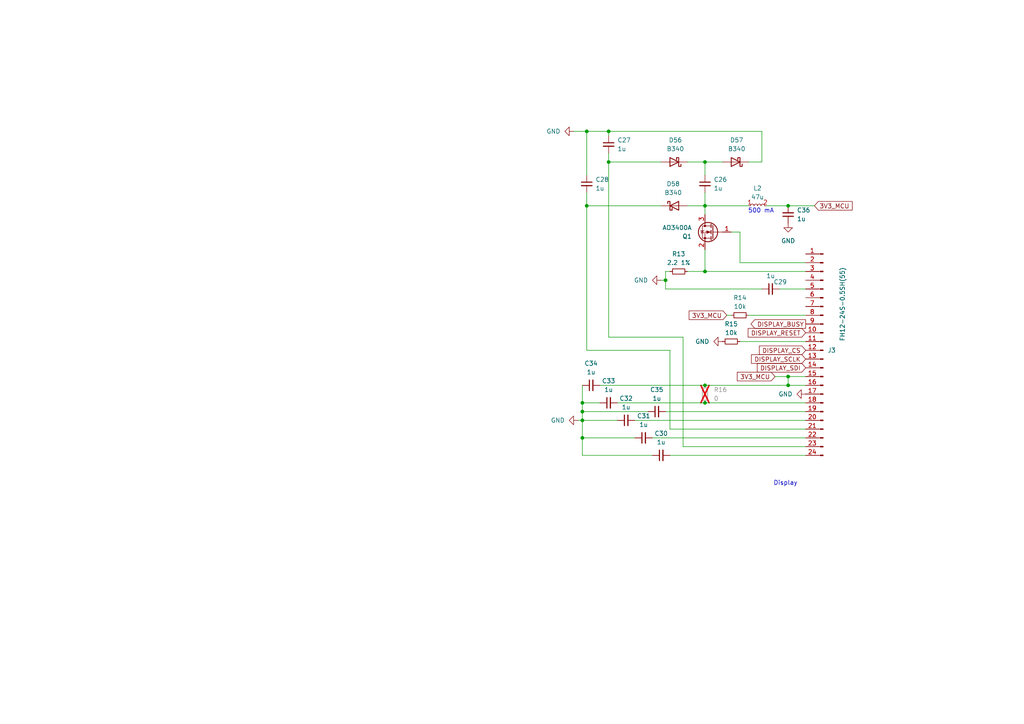
<source format=kicad_sch>
(kicad_sch
	(version 20250114)
	(generator "eeschema")
	(generator_version "9.0")
	(uuid "848f8b1b-a20f-4f0e-b2c3-0e1e5838f988")
	(paper "A4")
	(lib_symbols
		(symbol "Connector:Conn_01x24_Pin"
			(pin_names
				(offset 1.016)
				(hide yes)
			)
			(exclude_from_sim no)
			(in_bom yes)
			(on_board yes)
			(property "Reference" "J"
				(at 0 30.48 0)
				(effects
					(font
						(size 1.27 1.27)
					)
				)
			)
			(property "Value" "Conn_01x24_Pin"
				(at 0 -33.02 0)
				(effects
					(font
						(size 1.27 1.27)
					)
				)
			)
			(property "Footprint" ""
				(at 0 0 0)
				(effects
					(font
						(size 1.27 1.27)
					)
					(hide yes)
				)
			)
			(property "Datasheet" "~"
				(at 0 0 0)
				(effects
					(font
						(size 1.27 1.27)
					)
					(hide yes)
				)
			)
			(property "Description" "Generic connector, single row, 01x24, script generated"
				(at 0 0 0)
				(effects
					(font
						(size 1.27 1.27)
					)
					(hide yes)
				)
			)
			(property "ki_locked" ""
				(at 0 0 0)
				(effects
					(font
						(size 1.27 1.27)
					)
				)
			)
			(property "ki_keywords" "connector"
				(at 0 0 0)
				(effects
					(font
						(size 1.27 1.27)
					)
					(hide yes)
				)
			)
			(property "ki_fp_filters" "Connector*:*_1x??_*"
				(at 0 0 0)
				(effects
					(font
						(size 1.27 1.27)
					)
					(hide yes)
				)
			)
			(symbol "Conn_01x24_Pin_1_1"
				(rectangle
					(start 0.8636 28.067)
					(end 0 27.813)
					(stroke
						(width 0.1524)
						(type default)
					)
					(fill
						(type outline)
					)
				)
				(rectangle
					(start 0.8636 25.527)
					(end 0 25.273)
					(stroke
						(width 0.1524)
						(type default)
					)
					(fill
						(type outline)
					)
				)
				(rectangle
					(start 0.8636 22.987)
					(end 0 22.733)
					(stroke
						(width 0.1524)
						(type default)
					)
					(fill
						(type outline)
					)
				)
				(rectangle
					(start 0.8636 20.447)
					(end 0 20.193)
					(stroke
						(width 0.1524)
						(type default)
					)
					(fill
						(type outline)
					)
				)
				(rectangle
					(start 0.8636 17.907)
					(end 0 17.653)
					(stroke
						(width 0.1524)
						(type default)
					)
					(fill
						(type outline)
					)
				)
				(rectangle
					(start 0.8636 15.367)
					(end 0 15.113)
					(stroke
						(width 0.1524)
						(type default)
					)
					(fill
						(type outline)
					)
				)
				(rectangle
					(start 0.8636 12.827)
					(end 0 12.573)
					(stroke
						(width 0.1524)
						(type default)
					)
					(fill
						(type outline)
					)
				)
				(rectangle
					(start 0.8636 10.287)
					(end 0 10.033)
					(stroke
						(width 0.1524)
						(type default)
					)
					(fill
						(type outline)
					)
				)
				(rectangle
					(start 0.8636 7.747)
					(end 0 7.493)
					(stroke
						(width 0.1524)
						(type default)
					)
					(fill
						(type outline)
					)
				)
				(rectangle
					(start 0.8636 5.207)
					(end 0 4.953)
					(stroke
						(width 0.1524)
						(type default)
					)
					(fill
						(type outline)
					)
				)
				(rectangle
					(start 0.8636 2.667)
					(end 0 2.413)
					(stroke
						(width 0.1524)
						(type default)
					)
					(fill
						(type outline)
					)
				)
				(rectangle
					(start 0.8636 0.127)
					(end 0 -0.127)
					(stroke
						(width 0.1524)
						(type default)
					)
					(fill
						(type outline)
					)
				)
				(rectangle
					(start 0.8636 -2.413)
					(end 0 -2.667)
					(stroke
						(width 0.1524)
						(type default)
					)
					(fill
						(type outline)
					)
				)
				(rectangle
					(start 0.8636 -4.953)
					(end 0 -5.207)
					(stroke
						(width 0.1524)
						(type default)
					)
					(fill
						(type outline)
					)
				)
				(rectangle
					(start 0.8636 -7.493)
					(end 0 -7.747)
					(stroke
						(width 0.1524)
						(type default)
					)
					(fill
						(type outline)
					)
				)
				(rectangle
					(start 0.8636 -10.033)
					(end 0 -10.287)
					(stroke
						(width 0.1524)
						(type default)
					)
					(fill
						(type outline)
					)
				)
				(rectangle
					(start 0.8636 -12.573)
					(end 0 -12.827)
					(stroke
						(width 0.1524)
						(type default)
					)
					(fill
						(type outline)
					)
				)
				(rectangle
					(start 0.8636 -15.113)
					(end 0 -15.367)
					(stroke
						(width 0.1524)
						(type default)
					)
					(fill
						(type outline)
					)
				)
				(rectangle
					(start 0.8636 -17.653)
					(end 0 -17.907)
					(stroke
						(width 0.1524)
						(type default)
					)
					(fill
						(type outline)
					)
				)
				(rectangle
					(start 0.8636 -20.193)
					(end 0 -20.447)
					(stroke
						(width 0.1524)
						(type default)
					)
					(fill
						(type outline)
					)
				)
				(rectangle
					(start 0.8636 -22.733)
					(end 0 -22.987)
					(stroke
						(width 0.1524)
						(type default)
					)
					(fill
						(type outline)
					)
				)
				(rectangle
					(start 0.8636 -25.273)
					(end 0 -25.527)
					(stroke
						(width 0.1524)
						(type default)
					)
					(fill
						(type outline)
					)
				)
				(rectangle
					(start 0.8636 -27.813)
					(end 0 -28.067)
					(stroke
						(width 0.1524)
						(type default)
					)
					(fill
						(type outline)
					)
				)
				(rectangle
					(start 0.8636 -30.353)
					(end 0 -30.607)
					(stroke
						(width 0.1524)
						(type default)
					)
					(fill
						(type outline)
					)
				)
				(polyline
					(pts
						(xy 1.27 27.94) (xy 0.8636 27.94)
					)
					(stroke
						(width 0.1524)
						(type default)
					)
					(fill
						(type none)
					)
				)
				(polyline
					(pts
						(xy 1.27 25.4) (xy 0.8636 25.4)
					)
					(stroke
						(width 0.1524)
						(type default)
					)
					(fill
						(type none)
					)
				)
				(polyline
					(pts
						(xy 1.27 22.86) (xy 0.8636 22.86)
					)
					(stroke
						(width 0.1524)
						(type default)
					)
					(fill
						(type none)
					)
				)
				(polyline
					(pts
						(xy 1.27 20.32) (xy 0.8636 20.32)
					)
					(stroke
						(width 0.1524)
						(type default)
					)
					(fill
						(type none)
					)
				)
				(polyline
					(pts
						(xy 1.27 17.78) (xy 0.8636 17.78)
					)
					(stroke
						(width 0.1524)
						(type default)
					)
					(fill
						(type none)
					)
				)
				(polyline
					(pts
						(xy 1.27 15.24) (xy 0.8636 15.24)
					)
					(stroke
						(width 0.1524)
						(type default)
					)
					(fill
						(type none)
					)
				)
				(polyline
					(pts
						(xy 1.27 12.7) (xy 0.8636 12.7)
					)
					(stroke
						(width 0.1524)
						(type default)
					)
					(fill
						(type none)
					)
				)
				(polyline
					(pts
						(xy 1.27 10.16) (xy 0.8636 10.16)
					)
					(stroke
						(width 0.1524)
						(type default)
					)
					(fill
						(type none)
					)
				)
				(polyline
					(pts
						(xy 1.27 7.62) (xy 0.8636 7.62)
					)
					(stroke
						(width 0.1524)
						(type default)
					)
					(fill
						(type none)
					)
				)
				(polyline
					(pts
						(xy 1.27 5.08) (xy 0.8636 5.08)
					)
					(stroke
						(width 0.1524)
						(type default)
					)
					(fill
						(type none)
					)
				)
				(polyline
					(pts
						(xy 1.27 2.54) (xy 0.8636 2.54)
					)
					(stroke
						(width 0.1524)
						(type default)
					)
					(fill
						(type none)
					)
				)
				(polyline
					(pts
						(xy 1.27 0) (xy 0.8636 0)
					)
					(stroke
						(width 0.1524)
						(type default)
					)
					(fill
						(type none)
					)
				)
				(polyline
					(pts
						(xy 1.27 -2.54) (xy 0.8636 -2.54)
					)
					(stroke
						(width 0.1524)
						(type default)
					)
					(fill
						(type none)
					)
				)
				(polyline
					(pts
						(xy 1.27 -5.08) (xy 0.8636 -5.08)
					)
					(stroke
						(width 0.1524)
						(type default)
					)
					(fill
						(type none)
					)
				)
				(polyline
					(pts
						(xy 1.27 -7.62) (xy 0.8636 -7.62)
					)
					(stroke
						(width 0.1524)
						(type default)
					)
					(fill
						(type none)
					)
				)
				(polyline
					(pts
						(xy 1.27 -10.16) (xy 0.8636 -10.16)
					)
					(stroke
						(width 0.1524)
						(type default)
					)
					(fill
						(type none)
					)
				)
				(polyline
					(pts
						(xy 1.27 -12.7) (xy 0.8636 -12.7)
					)
					(stroke
						(width 0.1524)
						(type default)
					)
					(fill
						(type none)
					)
				)
				(polyline
					(pts
						(xy 1.27 -15.24) (xy 0.8636 -15.24)
					)
					(stroke
						(width 0.1524)
						(type default)
					)
					(fill
						(type none)
					)
				)
				(polyline
					(pts
						(xy 1.27 -17.78) (xy 0.8636 -17.78)
					)
					(stroke
						(width 0.1524)
						(type default)
					)
					(fill
						(type none)
					)
				)
				(polyline
					(pts
						(xy 1.27 -20.32) (xy 0.8636 -20.32)
					)
					(stroke
						(width 0.1524)
						(type default)
					)
					(fill
						(type none)
					)
				)
				(polyline
					(pts
						(xy 1.27 -22.86) (xy 0.8636 -22.86)
					)
					(stroke
						(width 0.1524)
						(type default)
					)
					(fill
						(type none)
					)
				)
				(polyline
					(pts
						(xy 1.27 -25.4) (xy 0.8636 -25.4)
					)
					(stroke
						(width 0.1524)
						(type default)
					)
					(fill
						(type none)
					)
				)
				(polyline
					(pts
						(xy 1.27 -27.94) (xy 0.8636 -27.94)
					)
					(stroke
						(width 0.1524)
						(type default)
					)
					(fill
						(type none)
					)
				)
				(polyline
					(pts
						(xy 1.27 -30.48) (xy 0.8636 -30.48)
					)
					(stroke
						(width 0.1524)
						(type default)
					)
					(fill
						(type none)
					)
				)
				(pin passive line
					(at 5.08 27.94 180)
					(length 3.81)
					(name "Pin_1"
						(effects
							(font
								(size 1.27 1.27)
							)
						)
					)
					(number "1"
						(effects
							(font
								(size 1.27 1.27)
							)
						)
					)
				)
				(pin passive line
					(at 5.08 25.4 180)
					(length 3.81)
					(name "Pin_2"
						(effects
							(font
								(size 1.27 1.27)
							)
						)
					)
					(number "2"
						(effects
							(font
								(size 1.27 1.27)
							)
						)
					)
				)
				(pin passive line
					(at 5.08 22.86 180)
					(length 3.81)
					(name "Pin_3"
						(effects
							(font
								(size 1.27 1.27)
							)
						)
					)
					(number "3"
						(effects
							(font
								(size 1.27 1.27)
							)
						)
					)
				)
				(pin passive line
					(at 5.08 20.32 180)
					(length 3.81)
					(name "Pin_4"
						(effects
							(font
								(size 1.27 1.27)
							)
						)
					)
					(number "4"
						(effects
							(font
								(size 1.27 1.27)
							)
						)
					)
				)
				(pin passive line
					(at 5.08 17.78 180)
					(length 3.81)
					(name "Pin_5"
						(effects
							(font
								(size 1.27 1.27)
							)
						)
					)
					(number "5"
						(effects
							(font
								(size 1.27 1.27)
							)
						)
					)
				)
				(pin passive line
					(at 5.08 15.24 180)
					(length 3.81)
					(name "Pin_6"
						(effects
							(font
								(size 1.27 1.27)
							)
						)
					)
					(number "6"
						(effects
							(font
								(size 1.27 1.27)
							)
						)
					)
				)
				(pin passive line
					(at 5.08 12.7 180)
					(length 3.81)
					(name "Pin_7"
						(effects
							(font
								(size 1.27 1.27)
							)
						)
					)
					(number "7"
						(effects
							(font
								(size 1.27 1.27)
							)
						)
					)
				)
				(pin passive line
					(at 5.08 10.16 180)
					(length 3.81)
					(name "Pin_8"
						(effects
							(font
								(size 1.27 1.27)
							)
						)
					)
					(number "8"
						(effects
							(font
								(size 1.27 1.27)
							)
						)
					)
				)
				(pin passive line
					(at 5.08 7.62 180)
					(length 3.81)
					(name "Pin_9"
						(effects
							(font
								(size 1.27 1.27)
							)
						)
					)
					(number "9"
						(effects
							(font
								(size 1.27 1.27)
							)
						)
					)
				)
				(pin passive line
					(at 5.08 5.08 180)
					(length 3.81)
					(name "Pin_10"
						(effects
							(font
								(size 1.27 1.27)
							)
						)
					)
					(number "10"
						(effects
							(font
								(size 1.27 1.27)
							)
						)
					)
				)
				(pin passive line
					(at 5.08 2.54 180)
					(length 3.81)
					(name "Pin_11"
						(effects
							(font
								(size 1.27 1.27)
							)
						)
					)
					(number "11"
						(effects
							(font
								(size 1.27 1.27)
							)
						)
					)
				)
				(pin passive line
					(at 5.08 0 180)
					(length 3.81)
					(name "Pin_12"
						(effects
							(font
								(size 1.27 1.27)
							)
						)
					)
					(number "12"
						(effects
							(font
								(size 1.27 1.27)
							)
						)
					)
				)
				(pin passive line
					(at 5.08 -2.54 180)
					(length 3.81)
					(name "Pin_13"
						(effects
							(font
								(size 1.27 1.27)
							)
						)
					)
					(number "13"
						(effects
							(font
								(size 1.27 1.27)
							)
						)
					)
				)
				(pin passive line
					(at 5.08 -5.08 180)
					(length 3.81)
					(name "Pin_14"
						(effects
							(font
								(size 1.27 1.27)
							)
						)
					)
					(number "14"
						(effects
							(font
								(size 1.27 1.27)
							)
						)
					)
				)
				(pin passive line
					(at 5.08 -7.62 180)
					(length 3.81)
					(name "Pin_15"
						(effects
							(font
								(size 1.27 1.27)
							)
						)
					)
					(number "15"
						(effects
							(font
								(size 1.27 1.27)
							)
						)
					)
				)
				(pin passive line
					(at 5.08 -10.16 180)
					(length 3.81)
					(name "Pin_16"
						(effects
							(font
								(size 1.27 1.27)
							)
						)
					)
					(number "16"
						(effects
							(font
								(size 1.27 1.27)
							)
						)
					)
				)
				(pin passive line
					(at 5.08 -12.7 180)
					(length 3.81)
					(name "Pin_17"
						(effects
							(font
								(size 1.27 1.27)
							)
						)
					)
					(number "17"
						(effects
							(font
								(size 1.27 1.27)
							)
						)
					)
				)
				(pin passive line
					(at 5.08 -15.24 180)
					(length 3.81)
					(name "Pin_18"
						(effects
							(font
								(size 1.27 1.27)
							)
						)
					)
					(number "18"
						(effects
							(font
								(size 1.27 1.27)
							)
						)
					)
				)
				(pin passive line
					(at 5.08 -17.78 180)
					(length 3.81)
					(name "Pin_19"
						(effects
							(font
								(size 1.27 1.27)
							)
						)
					)
					(number "19"
						(effects
							(font
								(size 1.27 1.27)
							)
						)
					)
				)
				(pin passive line
					(at 5.08 -20.32 180)
					(length 3.81)
					(name "Pin_20"
						(effects
							(font
								(size 1.27 1.27)
							)
						)
					)
					(number "20"
						(effects
							(font
								(size 1.27 1.27)
							)
						)
					)
				)
				(pin passive line
					(at 5.08 -22.86 180)
					(length 3.81)
					(name "Pin_21"
						(effects
							(font
								(size 1.27 1.27)
							)
						)
					)
					(number "21"
						(effects
							(font
								(size 1.27 1.27)
							)
						)
					)
				)
				(pin passive line
					(at 5.08 -25.4 180)
					(length 3.81)
					(name "Pin_22"
						(effects
							(font
								(size 1.27 1.27)
							)
						)
					)
					(number "22"
						(effects
							(font
								(size 1.27 1.27)
							)
						)
					)
				)
				(pin passive line
					(at 5.08 -27.94 180)
					(length 3.81)
					(name "Pin_23"
						(effects
							(font
								(size 1.27 1.27)
							)
						)
					)
					(number "23"
						(effects
							(font
								(size 1.27 1.27)
							)
						)
					)
				)
				(pin passive line
					(at 5.08 -30.48 180)
					(length 3.81)
					(name "Pin_24"
						(effects
							(font
								(size 1.27 1.27)
							)
						)
					)
					(number "24"
						(effects
							(font
								(size 1.27 1.27)
							)
						)
					)
				)
			)
			(embedded_fonts no)
		)
		(symbol "Device:C_Small"
			(pin_numbers
				(hide yes)
			)
			(pin_names
				(offset 0.254)
				(hide yes)
			)
			(exclude_from_sim no)
			(in_bom yes)
			(on_board yes)
			(property "Reference" "C"
				(at 0.254 1.778 0)
				(effects
					(font
						(size 1.27 1.27)
					)
					(justify left)
				)
			)
			(property "Value" "C_Small"
				(at 0.254 -2.032 0)
				(effects
					(font
						(size 1.27 1.27)
					)
					(justify left)
				)
			)
			(property "Footprint" ""
				(at 0 0 0)
				(effects
					(font
						(size 1.27 1.27)
					)
					(hide yes)
				)
			)
			(property "Datasheet" "~"
				(at 0 0 0)
				(effects
					(font
						(size 1.27 1.27)
					)
					(hide yes)
				)
			)
			(property "Description" "Unpolarized capacitor, small symbol"
				(at 0 0 0)
				(effects
					(font
						(size 1.27 1.27)
					)
					(hide yes)
				)
			)
			(property "ki_keywords" "capacitor cap"
				(at 0 0 0)
				(effects
					(font
						(size 1.27 1.27)
					)
					(hide yes)
				)
			)
			(property "ki_fp_filters" "C_*"
				(at 0 0 0)
				(effects
					(font
						(size 1.27 1.27)
					)
					(hide yes)
				)
			)
			(symbol "C_Small_0_1"
				(polyline
					(pts
						(xy -1.524 0.508) (xy 1.524 0.508)
					)
					(stroke
						(width 0.3048)
						(type default)
					)
					(fill
						(type none)
					)
				)
				(polyline
					(pts
						(xy -1.524 -0.508) (xy 1.524 -0.508)
					)
					(stroke
						(width 0.3302)
						(type default)
					)
					(fill
						(type none)
					)
				)
			)
			(symbol "C_Small_1_1"
				(pin passive line
					(at 0 2.54 270)
					(length 2.032)
					(name "~"
						(effects
							(font
								(size 1.27 1.27)
							)
						)
					)
					(number "1"
						(effects
							(font
								(size 1.27 1.27)
							)
						)
					)
				)
				(pin passive line
					(at 0 -2.54 90)
					(length 2.032)
					(name "~"
						(effects
							(font
								(size 1.27 1.27)
							)
						)
					)
					(number "2"
						(effects
							(font
								(size 1.27 1.27)
							)
						)
					)
				)
			)
			(embedded_fonts no)
		)
		(symbol "Device:L_Small"
			(pin_names
				(offset 0.254)
				(hide yes)
			)
			(exclude_from_sim no)
			(in_bom yes)
			(on_board yes)
			(property "Reference" "L"
				(at 0.762 1.016 0)
				(effects
					(font
						(size 1.27 1.27)
					)
					(justify left)
				)
			)
			(property "Value" "L_Small"
				(at 0.762 -1.016 0)
				(effects
					(font
						(size 1.27 1.27)
					)
					(justify left)
				)
			)
			(property "Footprint" ""
				(at 0 0 0)
				(effects
					(font
						(size 1.27 1.27)
					)
					(hide yes)
				)
			)
			(property "Datasheet" "~"
				(at 0 0 0)
				(effects
					(font
						(size 1.27 1.27)
					)
					(hide yes)
				)
			)
			(property "Description" "Inductor, small symbol"
				(at 0 0 0)
				(effects
					(font
						(size 1.27 1.27)
					)
					(hide yes)
				)
			)
			(property "ki_keywords" "inductor choke coil reactor magnetic"
				(at 0 0 0)
				(effects
					(font
						(size 1.27 1.27)
					)
					(hide yes)
				)
			)
			(property "ki_fp_filters" "Choke_* *Coil* Inductor_* L_*"
				(at 0 0 0)
				(effects
					(font
						(size 1.27 1.27)
					)
					(hide yes)
				)
			)
			(symbol "L_Small_0_1"
				(arc
					(start 0 2.032)
					(mid 0.5058 1.524)
					(end 0 1.016)
					(stroke
						(width 0)
						(type default)
					)
					(fill
						(type none)
					)
				)
				(arc
					(start 0 1.016)
					(mid 0.5058 0.508)
					(end 0 0)
					(stroke
						(width 0)
						(type default)
					)
					(fill
						(type none)
					)
				)
				(arc
					(start 0 0)
					(mid 0.5058 -0.508)
					(end 0 -1.016)
					(stroke
						(width 0)
						(type default)
					)
					(fill
						(type none)
					)
				)
				(arc
					(start 0 -1.016)
					(mid 0.5058 -1.524)
					(end 0 -2.032)
					(stroke
						(width 0)
						(type default)
					)
					(fill
						(type none)
					)
				)
			)
			(symbol "L_Small_1_1"
				(pin passive line
					(at 0 2.54 270)
					(length 0.508)
					(name "~"
						(effects
							(font
								(size 1.27 1.27)
							)
						)
					)
					(number "1"
						(effects
							(font
								(size 1.27 1.27)
							)
						)
					)
				)
				(pin passive line
					(at 0 -2.54 90)
					(length 0.508)
					(name "~"
						(effects
							(font
								(size 1.27 1.27)
							)
						)
					)
					(number "2"
						(effects
							(font
								(size 1.27 1.27)
							)
						)
					)
				)
			)
			(embedded_fonts no)
		)
		(symbol "Device:R_Small"
			(pin_numbers
				(hide yes)
			)
			(pin_names
				(offset 0.254)
				(hide yes)
			)
			(exclude_from_sim no)
			(in_bom yes)
			(on_board yes)
			(property "Reference" "R"
				(at 0.762 0.508 0)
				(effects
					(font
						(size 1.27 1.27)
					)
					(justify left)
				)
			)
			(property "Value" "R_Small"
				(at 0.762 -1.016 0)
				(effects
					(font
						(size 1.27 1.27)
					)
					(justify left)
				)
			)
			(property "Footprint" ""
				(at 0 0 0)
				(effects
					(font
						(size 1.27 1.27)
					)
					(hide yes)
				)
			)
			(property "Datasheet" "~"
				(at 0 0 0)
				(effects
					(font
						(size 1.27 1.27)
					)
					(hide yes)
				)
			)
			(property "Description" "Resistor, small symbol"
				(at 0 0 0)
				(effects
					(font
						(size 1.27 1.27)
					)
					(hide yes)
				)
			)
			(property "ki_keywords" "R resistor"
				(at 0 0 0)
				(effects
					(font
						(size 1.27 1.27)
					)
					(hide yes)
				)
			)
			(property "ki_fp_filters" "R_*"
				(at 0 0 0)
				(effects
					(font
						(size 1.27 1.27)
					)
					(hide yes)
				)
			)
			(symbol "R_Small_0_1"
				(rectangle
					(start -0.762 1.778)
					(end 0.762 -1.778)
					(stroke
						(width 0.2032)
						(type default)
					)
					(fill
						(type none)
					)
				)
			)
			(symbol "R_Small_1_1"
				(pin passive line
					(at 0 2.54 270)
					(length 0.762)
					(name "~"
						(effects
							(font
								(size 1.27 1.27)
							)
						)
					)
					(number "1"
						(effects
							(font
								(size 1.27 1.27)
							)
						)
					)
				)
				(pin passive line
					(at 0 -2.54 90)
					(length 0.762)
					(name "~"
						(effects
							(font
								(size 1.27 1.27)
							)
						)
					)
					(number "2"
						(effects
							(font
								(size 1.27 1.27)
							)
						)
					)
				)
			)
			(embedded_fonts no)
		)
		(symbol "Diode:B340"
			(pin_numbers
				(hide yes)
			)
			(pin_names
				(offset 1.016)
				(hide yes)
			)
			(exclude_from_sim no)
			(in_bom yes)
			(on_board yes)
			(property "Reference" "D"
				(at 0 2.54 0)
				(effects
					(font
						(size 1.27 1.27)
					)
				)
			)
			(property "Value" "B340"
				(at 0 -2.54 0)
				(effects
					(font
						(size 1.27 1.27)
					)
				)
			)
			(property "Footprint" "Diode_SMD:D_SMC"
				(at 0 -4.445 0)
				(effects
					(font
						(size 1.27 1.27)
					)
					(hide yes)
				)
			)
			(property "Datasheet" "http://www.jameco.com/Jameco/Products/ProdDS/1538777.pdf"
				(at 0 0 0)
				(effects
					(font
						(size 1.27 1.27)
					)
					(hide yes)
				)
			)
			(property "Description" "40V 3A Schottky Barrier Rectifier Diode, SMC"
				(at 0 0 0)
				(effects
					(font
						(size 1.27 1.27)
					)
					(hide yes)
				)
			)
			(property "ki_keywords" "diode Schottky"
				(at 0 0 0)
				(effects
					(font
						(size 1.27 1.27)
					)
					(hide yes)
				)
			)
			(property "ki_fp_filters" "D*SMC*"
				(at 0 0 0)
				(effects
					(font
						(size 1.27 1.27)
					)
					(hide yes)
				)
			)
			(symbol "B340_0_1"
				(polyline
					(pts
						(xy -1.905 0.635) (xy -1.905 1.27) (xy -1.27 1.27) (xy -1.27 -1.27) (xy -0.635 -1.27) (xy -0.635 -0.635)
					)
					(stroke
						(width 0.254)
						(type default)
					)
					(fill
						(type none)
					)
				)
				(polyline
					(pts
						(xy 1.27 1.27) (xy 1.27 -1.27) (xy -1.27 0) (xy 1.27 1.27)
					)
					(stroke
						(width 0.254)
						(type default)
					)
					(fill
						(type none)
					)
				)
				(polyline
					(pts
						(xy 1.27 0) (xy -1.27 0)
					)
					(stroke
						(width 0)
						(type default)
					)
					(fill
						(type none)
					)
				)
			)
			(symbol "B340_1_1"
				(pin passive line
					(at -3.81 0 0)
					(length 2.54)
					(name "K"
						(effects
							(font
								(size 1.27 1.27)
							)
						)
					)
					(number "1"
						(effects
							(font
								(size 1.27 1.27)
							)
						)
					)
				)
				(pin passive line
					(at 3.81 0 180)
					(length 2.54)
					(name "A"
						(effects
							(font
								(size 1.27 1.27)
							)
						)
					)
					(number "2"
						(effects
							(font
								(size 1.27 1.27)
							)
						)
					)
				)
			)
			(embedded_fonts no)
		)
		(symbol "Transistor_FET:AO3400A"
			(pin_names
				(hide yes)
			)
			(exclude_from_sim no)
			(in_bom yes)
			(on_board yes)
			(property "Reference" "Q"
				(at 5.08 1.905 0)
				(effects
					(font
						(size 1.27 1.27)
					)
					(justify left)
				)
			)
			(property "Value" "AO3400A"
				(at 5.08 0 0)
				(effects
					(font
						(size 1.27 1.27)
					)
					(justify left)
				)
			)
			(property "Footprint" "Package_TO_SOT_SMD:SOT-23"
				(at 5.08 -1.905 0)
				(effects
					(font
						(size 1.27 1.27)
						(italic yes)
					)
					(justify left)
					(hide yes)
				)
			)
			(property "Datasheet" "http://www.aosmd.com/pdfs/datasheet/AO3400A.pdf"
				(at 5.08 -3.81 0)
				(effects
					(font
						(size 1.27 1.27)
					)
					(justify left)
					(hide yes)
				)
			)
			(property "Description" "30V Vds, 5.7A Id, N-Channel MOSFET, SOT-23"
				(at 0 0 0)
				(effects
					(font
						(size 1.27 1.27)
					)
					(hide yes)
				)
			)
			(property "ki_keywords" "N-Channel MOSFET"
				(at 0 0 0)
				(effects
					(font
						(size 1.27 1.27)
					)
					(hide yes)
				)
			)
			(property "ki_fp_filters" "SOT?23*"
				(at 0 0 0)
				(effects
					(font
						(size 1.27 1.27)
					)
					(hide yes)
				)
			)
			(symbol "AO3400A_0_1"
				(polyline
					(pts
						(xy 0.254 1.905) (xy 0.254 -1.905)
					)
					(stroke
						(width 0.254)
						(type default)
					)
					(fill
						(type none)
					)
				)
				(polyline
					(pts
						(xy 0.254 0) (xy -2.54 0)
					)
					(stroke
						(width 0)
						(type default)
					)
					(fill
						(type none)
					)
				)
				(polyline
					(pts
						(xy 0.762 2.286) (xy 0.762 1.27)
					)
					(stroke
						(width 0.254)
						(type default)
					)
					(fill
						(type none)
					)
				)
				(polyline
					(pts
						(xy 0.762 0.508) (xy 0.762 -0.508)
					)
					(stroke
						(width 0.254)
						(type default)
					)
					(fill
						(type none)
					)
				)
				(polyline
					(pts
						(xy 0.762 -1.27) (xy 0.762 -2.286)
					)
					(stroke
						(width 0.254)
						(type default)
					)
					(fill
						(type none)
					)
				)
				(polyline
					(pts
						(xy 0.762 -1.778) (xy 3.302 -1.778) (xy 3.302 1.778) (xy 0.762 1.778)
					)
					(stroke
						(width 0)
						(type default)
					)
					(fill
						(type none)
					)
				)
				(polyline
					(pts
						(xy 1.016 0) (xy 2.032 0.381) (xy 2.032 -0.381) (xy 1.016 0)
					)
					(stroke
						(width 0)
						(type default)
					)
					(fill
						(type outline)
					)
				)
				(circle
					(center 1.651 0)
					(radius 2.794)
					(stroke
						(width 0.254)
						(type default)
					)
					(fill
						(type none)
					)
				)
				(polyline
					(pts
						(xy 2.54 2.54) (xy 2.54 1.778)
					)
					(stroke
						(width 0)
						(type default)
					)
					(fill
						(type none)
					)
				)
				(circle
					(center 2.54 1.778)
					(radius 0.254)
					(stroke
						(width 0)
						(type default)
					)
					(fill
						(type outline)
					)
				)
				(circle
					(center 2.54 -1.778)
					(radius 0.254)
					(stroke
						(width 0)
						(type default)
					)
					(fill
						(type outline)
					)
				)
				(polyline
					(pts
						(xy 2.54 -2.54) (xy 2.54 0) (xy 0.762 0)
					)
					(stroke
						(width 0)
						(type default)
					)
					(fill
						(type none)
					)
				)
				(polyline
					(pts
						(xy 2.794 0.508) (xy 2.921 0.381) (xy 3.683 0.381) (xy 3.81 0.254)
					)
					(stroke
						(width 0)
						(type default)
					)
					(fill
						(type none)
					)
				)
				(polyline
					(pts
						(xy 3.302 0.381) (xy 2.921 -0.254) (xy 3.683 -0.254) (xy 3.302 0.381)
					)
					(stroke
						(width 0)
						(type default)
					)
					(fill
						(type none)
					)
				)
			)
			(symbol "AO3400A_1_1"
				(pin input line
					(at -5.08 0 0)
					(length 2.54)
					(name "G"
						(effects
							(font
								(size 1.27 1.27)
							)
						)
					)
					(number "1"
						(effects
							(font
								(size 1.27 1.27)
							)
						)
					)
				)
				(pin passive line
					(at 2.54 5.08 270)
					(length 2.54)
					(name "D"
						(effects
							(font
								(size 1.27 1.27)
							)
						)
					)
					(number "3"
						(effects
							(font
								(size 1.27 1.27)
							)
						)
					)
				)
				(pin passive line
					(at 2.54 -5.08 90)
					(length 2.54)
					(name "S"
						(effects
							(font
								(size 1.27 1.27)
							)
						)
					)
					(number "2"
						(effects
							(font
								(size 1.27 1.27)
							)
						)
					)
				)
			)
			(embedded_fonts no)
		)
		(symbol "power:GND"
			(power)
			(pin_numbers
				(hide yes)
			)
			(pin_names
				(offset 0)
				(hide yes)
			)
			(exclude_from_sim no)
			(in_bom yes)
			(on_board yes)
			(property "Reference" "#PWR"
				(at 0 -6.35 0)
				(effects
					(font
						(size 1.27 1.27)
					)
					(hide yes)
				)
			)
			(property "Value" "GND"
				(at 0 -3.81 0)
				(effects
					(font
						(size 1.27 1.27)
					)
				)
			)
			(property "Footprint" ""
				(at 0 0 0)
				(effects
					(font
						(size 1.27 1.27)
					)
					(hide yes)
				)
			)
			(property "Datasheet" ""
				(at 0 0 0)
				(effects
					(font
						(size 1.27 1.27)
					)
					(hide yes)
				)
			)
			(property "Description" "Power symbol creates a global label with name \"GND\" , ground"
				(at 0 0 0)
				(effects
					(font
						(size 1.27 1.27)
					)
					(hide yes)
				)
			)
			(property "ki_keywords" "global power"
				(at 0 0 0)
				(effects
					(font
						(size 1.27 1.27)
					)
					(hide yes)
				)
			)
			(symbol "GND_0_1"
				(polyline
					(pts
						(xy 0 0) (xy 0 -1.27) (xy 1.27 -1.27) (xy 0 -2.54) (xy -1.27 -1.27) (xy 0 -1.27)
					)
					(stroke
						(width 0)
						(type default)
					)
					(fill
						(type none)
					)
				)
			)
			(symbol "GND_1_1"
				(pin power_in line
					(at 0 0 270)
					(length 0)
					(name "~"
						(effects
							(font
								(size 1.27 1.27)
							)
						)
					)
					(number "1"
						(effects
							(font
								(size 1.27 1.27)
							)
						)
					)
				)
			)
			(embedded_fonts no)
		)
	)
	(text "Display\n"
		(exclude_from_sim no)
		(at 227.838 140.208 0)
		(effects
			(font
				(size 1.27 1.27)
			)
		)
		(uuid "7eb88a15-f8a5-42d8-be91-f7b07684444a")
	)
	(text "500 mA"
		(exclude_from_sim no)
		(at 220.726 61.214 0)
		(effects
			(font
				(size 1.27 1.27)
			)
		)
		(uuid "d41ba96a-97ee-43da-ac12-a86c8d153a25")
	)
	(junction
		(at 228.6 111.76)
		(diameter 0)
		(color 0 0 0 0)
		(uuid "15908be7-fff3-449f-abe2-3476bd6384cf")
	)
	(junction
		(at 204.47 111.76)
		(diameter 0)
		(color 0 0 0 0)
		(uuid "1d89a62e-b764-4492-aa9f-535df0898ef4")
	)
	(junction
		(at 176.53 38.1)
		(diameter 0)
		(color 0 0 0 0)
		(uuid "1f651a8e-06ef-41fb-b6b5-586d5b2d34cb")
	)
	(junction
		(at 170.18 59.69)
		(diameter 0)
		(color 0 0 0 0)
		(uuid "293219fb-e858-4da7-828b-ce3d8e59c0af")
	)
	(junction
		(at 228.6 109.22)
		(diameter 0)
		(color 0 0 0 0)
		(uuid "2990d053-b721-453d-98ee-1361bf00ef2a")
	)
	(junction
		(at 168.91 119.38)
		(diameter 0)
		(color 0 0 0 0)
		(uuid "33dfb462-6320-464d-9b51-c94f82465db7")
	)
	(junction
		(at 204.47 46.99)
		(diameter 0)
		(color 0 0 0 0)
		(uuid "5566b4dd-bab9-4b08-a8cb-2f66a76b8821")
	)
	(junction
		(at 204.47 78.74)
		(diameter 0)
		(color 0 0 0 0)
		(uuid "55f7c7bb-4a9f-4238-a2fd-b3d518f6dc03")
	)
	(junction
		(at 168.91 116.84)
		(diameter 0)
		(color 0 0 0 0)
		(uuid "56b9372c-e1cb-4c09-bb00-6a942ab8e1f3")
	)
	(junction
		(at 204.47 59.69)
		(diameter 0)
		(color 0 0 0 0)
		(uuid "5710ddeb-532e-41cb-81a9-77c7192ab2b9")
	)
	(junction
		(at 204.47 116.84)
		(diameter 0)
		(color 0 0 0 0)
		(uuid "61979d78-5e91-4813-83c5-05abcd4e195b")
	)
	(junction
		(at 170.18 38.1)
		(diameter 0)
		(color 0 0 0 0)
		(uuid "b10d1d37-2df0-4683-8ad8-7de3ddbac6a3")
	)
	(junction
		(at 176.53 46.99)
		(diameter 0)
		(color 0 0 0 0)
		(uuid "b5d2469b-0351-42aa-830c-cb29f889a9ee")
	)
	(junction
		(at 168.91 121.92)
		(diameter 0)
		(color 0 0 0 0)
		(uuid "d62014c1-27ab-414c-a033-9f22778f8180")
	)
	(junction
		(at 193.04 81.28)
		(diameter 0)
		(color 0 0 0 0)
		(uuid "d68e5452-fc73-4b7e-a885-7dadf19c0cf9")
	)
	(junction
		(at 168.91 127)
		(diameter 0)
		(color 0 0 0 0)
		(uuid "eac16058-0873-48ef-b6ef-fb94ea2acb0e")
	)
	(junction
		(at 228.6 59.69)
		(diameter 0)
		(color 0 0 0 0)
		(uuid "fd9d9c90-592d-4207-9de9-540e46d6fc43")
	)
	(wire
		(pts
			(xy 233.68 129.54) (xy 198.12 129.54)
		)
		(stroke
			(width 0)
			(type default)
		)
		(uuid "042863d4-d7c8-457d-b7d3-bfc461bf7606")
	)
	(wire
		(pts
			(xy 179.07 116.84) (xy 204.47 116.84)
		)
		(stroke
			(width 0)
			(type default)
		)
		(uuid "05813920-5920-455f-b583-2eadf1b78953")
	)
	(wire
		(pts
			(xy 199.39 46.99) (xy 204.47 46.99)
		)
		(stroke
			(width 0)
			(type default)
		)
		(uuid "06f52f7c-00d2-4357-b5b4-9c495df2b0e7")
	)
	(wire
		(pts
			(xy 194.31 124.46) (xy 233.68 124.46)
		)
		(stroke
			(width 0)
			(type default)
		)
		(uuid "09cd32a9-3be5-4f09-9f65-a94fe7f73abd")
	)
	(wire
		(pts
			(xy 233.68 109.22) (xy 228.6 109.22)
		)
		(stroke
			(width 0)
			(type default)
		)
		(uuid "0a1124b8-847e-4f66-ab97-f23d624a7901")
	)
	(wire
		(pts
			(xy 193.04 119.38) (xy 233.68 119.38)
		)
		(stroke
			(width 0)
			(type default)
		)
		(uuid "0afe0a9f-3912-426d-a1a3-5e140ce290d5")
	)
	(wire
		(pts
			(xy 214.63 99.06) (xy 233.68 99.06)
		)
		(stroke
			(width 0)
			(type default)
		)
		(uuid "0f0133ce-496b-4f42-8d3f-7ddf03d83347")
	)
	(wire
		(pts
			(xy 233.68 76.2) (xy 214.63 76.2)
		)
		(stroke
			(width 0)
			(type default)
		)
		(uuid "11fff135-6fa6-454c-b157-f60e51c20174")
	)
	(wire
		(pts
			(xy 194.31 101.6) (xy 170.18 101.6)
		)
		(stroke
			(width 0)
			(type default)
		)
		(uuid "126de38e-b9a2-46d9-9dc9-8cd27b26f908")
	)
	(wire
		(pts
			(xy 193.04 81.28) (xy 193.04 83.82)
		)
		(stroke
			(width 0)
			(type default)
		)
		(uuid "13bbcbc2-b624-44f3-8070-067c143d57c0")
	)
	(wire
		(pts
			(xy 168.91 116.84) (xy 173.99 116.84)
		)
		(stroke
			(width 0)
			(type default)
		)
		(uuid "192b3bca-2b41-4d64-83e2-e9384137841a")
	)
	(wire
		(pts
			(xy 212.09 91.44) (xy 210.82 91.44)
		)
		(stroke
			(width 0)
			(type default)
		)
		(uuid "1a5ce492-c2ef-4643-af9b-4f3e9c177d4d")
	)
	(wire
		(pts
			(xy 167.64 121.92) (xy 168.91 121.92)
		)
		(stroke
			(width 0)
			(type default)
		)
		(uuid "1b89a1dc-0322-4988-969e-39bc117e5e0a")
	)
	(wire
		(pts
			(xy 217.17 46.99) (xy 220.98 46.99)
		)
		(stroke
			(width 0)
			(type default)
		)
		(uuid "1f73e3bf-964d-467b-987e-bc20338681f1")
	)
	(wire
		(pts
			(xy 168.91 127) (xy 168.91 132.08)
		)
		(stroke
			(width 0)
			(type default)
		)
		(uuid "2738dfe6-e96b-4936-b58e-2a0a5f612ab0")
	)
	(wire
		(pts
			(xy 217.17 91.44) (xy 233.68 91.44)
		)
		(stroke
			(width 0)
			(type default)
		)
		(uuid "2bc38b3d-2803-41f2-828e-ad698c413c69")
	)
	(wire
		(pts
			(xy 176.53 46.99) (xy 191.77 46.99)
		)
		(stroke
			(width 0)
			(type default)
		)
		(uuid "31ddf182-6338-4859-ac8a-e58612626dba")
	)
	(wire
		(pts
			(xy 168.91 119.38) (xy 187.96 119.38)
		)
		(stroke
			(width 0)
			(type default)
		)
		(uuid "3a06245b-cf28-44cf-87c6-4304cf28657a")
	)
	(wire
		(pts
			(xy 170.18 59.69) (xy 170.18 55.88)
		)
		(stroke
			(width 0)
			(type default)
		)
		(uuid "3ab58b95-f989-4f44-8315-c6a87462a985")
	)
	(wire
		(pts
			(xy 226.06 83.82) (xy 233.68 83.82)
		)
		(stroke
			(width 0)
			(type default)
		)
		(uuid "3ace57bc-0072-4218-ace1-ec25a4ccc4b0")
	)
	(wire
		(pts
			(xy 204.47 59.69) (xy 204.47 62.23)
		)
		(stroke
			(width 0)
			(type default)
		)
		(uuid "3b842eeb-9e69-4d5e-a94a-85bf134476ea")
	)
	(wire
		(pts
			(xy 193.04 81.28) (xy 191.77 81.28)
		)
		(stroke
			(width 0)
			(type default)
		)
		(uuid "3b8ef75a-3c8f-46ba-8678-76e5a838f9b6")
	)
	(wire
		(pts
			(xy 173.99 111.76) (xy 204.47 111.76)
		)
		(stroke
			(width 0)
			(type default)
		)
		(uuid "413917e1-f27a-4302-9d8f-909d4458f2b0")
	)
	(wire
		(pts
			(xy 222.25 59.69) (xy 228.6 59.69)
		)
		(stroke
			(width 0)
			(type default)
		)
		(uuid "44f9d03a-4b6b-4ee6-b76c-1a4a1af35c6f")
	)
	(wire
		(pts
			(xy 168.91 119.38) (xy 168.91 121.92)
		)
		(stroke
			(width 0)
			(type default)
		)
		(uuid "45932d3d-d1cb-421a-ab4c-1e16f27f847e")
	)
	(wire
		(pts
			(xy 204.47 111.76) (xy 228.6 111.76)
		)
		(stroke
			(width 0)
			(type default)
		)
		(uuid "4cbf7b3d-d3a0-4ca8-9e9b-2494c121bc6b")
	)
	(wire
		(pts
			(xy 176.53 38.1) (xy 176.53 39.37)
		)
		(stroke
			(width 0)
			(type default)
		)
		(uuid "52fbc482-d8d2-4d61-99d3-9e9906db8bd1")
	)
	(wire
		(pts
			(xy 168.91 111.76) (xy 168.91 116.84)
		)
		(stroke
			(width 0)
			(type default)
		)
		(uuid "5e0790ce-8992-4da9-9fca-fd8355cc92f8")
	)
	(wire
		(pts
			(xy 168.91 121.92) (xy 168.91 127)
		)
		(stroke
			(width 0)
			(type default)
		)
		(uuid "63c31a27-f8c5-4687-a462-b01aa14ba5a0")
	)
	(wire
		(pts
			(xy 204.47 59.69) (xy 217.17 59.69)
		)
		(stroke
			(width 0)
			(type default)
		)
		(uuid "64112494-a83a-49b1-af19-9e1d36dbece4")
	)
	(wire
		(pts
			(xy 204.47 78.74) (xy 233.68 78.74)
		)
		(stroke
			(width 0)
			(type default)
		)
		(uuid "6560eb3e-4a34-412d-9702-7f266f07e98a")
	)
	(wire
		(pts
			(xy 170.18 38.1) (xy 170.18 50.8)
		)
		(stroke
			(width 0)
			(type default)
		)
		(uuid "6610c825-cf0d-4168-847b-024151996974")
	)
	(wire
		(pts
			(xy 194.31 124.46) (xy 194.31 101.6)
		)
		(stroke
			(width 0)
			(type default)
		)
		(uuid "68392dc1-ce69-4708-885b-83724f1bbe33")
	)
	(wire
		(pts
			(xy 168.91 127) (xy 184.15 127)
		)
		(stroke
			(width 0)
			(type default)
		)
		(uuid "69936c4a-fd1f-448e-810c-16d1fd970684")
	)
	(wire
		(pts
			(xy 194.31 78.74) (xy 193.04 78.74)
		)
		(stroke
			(width 0)
			(type default)
		)
		(uuid "7323540c-7d8e-4c43-904f-55a2c6c1eb6a")
	)
	(wire
		(pts
			(xy 204.47 55.88) (xy 204.47 59.69)
		)
		(stroke
			(width 0)
			(type default)
		)
		(uuid "7d86f720-62da-416f-aacc-3e628af4fe3e")
	)
	(wire
		(pts
			(xy 170.18 101.6) (xy 170.18 59.69)
		)
		(stroke
			(width 0)
			(type default)
		)
		(uuid "7e204778-6ea6-4652-9d50-25b15deae596")
	)
	(wire
		(pts
			(xy 191.77 59.69) (xy 170.18 59.69)
		)
		(stroke
			(width 0)
			(type default)
		)
		(uuid "80fe0613-ff0a-44c5-81d4-fc8ee74e28fe")
	)
	(wire
		(pts
			(xy 189.23 127) (xy 233.68 127)
		)
		(stroke
			(width 0)
			(type default)
		)
		(uuid "86914f6b-ccb9-4260-9f32-e780f418c7e2")
	)
	(wire
		(pts
			(xy 228.6 109.22) (xy 224.79 109.22)
		)
		(stroke
			(width 0)
			(type default)
		)
		(uuid "8caee9c6-5d60-446c-8379-71280be10519")
	)
	(wire
		(pts
			(xy 168.91 116.84) (xy 168.91 119.38)
		)
		(stroke
			(width 0)
			(type default)
		)
		(uuid "93807dd0-141e-4c03-ba77-109ed050996d")
	)
	(wire
		(pts
			(xy 214.63 76.2) (xy 214.63 67.31)
		)
		(stroke
			(width 0)
			(type default)
		)
		(uuid "97ab5a20-5ead-4b41-bc15-312f66ac7136")
	)
	(wire
		(pts
			(xy 199.39 59.69) (xy 204.47 59.69)
		)
		(stroke
			(width 0)
			(type default)
		)
		(uuid "a2acff97-7975-45d4-b4ab-d386b6b222a3")
	)
	(wire
		(pts
			(xy 176.53 44.45) (xy 176.53 46.99)
		)
		(stroke
			(width 0)
			(type default)
		)
		(uuid "a2af1a5b-5812-46e1-a039-3f844d03056c")
	)
	(wire
		(pts
			(xy 176.53 97.79) (xy 176.53 46.99)
		)
		(stroke
			(width 0)
			(type default)
		)
		(uuid "aec0ba27-fe62-4faf-af7d-418eedf27537")
	)
	(wire
		(pts
			(xy 220.98 38.1) (xy 176.53 38.1)
		)
		(stroke
			(width 0)
			(type default)
		)
		(uuid "bb9c7b0a-4c59-446e-9164-a2d7f19ce877")
	)
	(wire
		(pts
			(xy 194.31 132.08) (xy 233.68 132.08)
		)
		(stroke
			(width 0)
			(type default)
		)
		(uuid "c02afd00-1b2f-4e4f-8782-3e02143bea17")
	)
	(wire
		(pts
			(xy 198.12 97.79) (xy 176.53 97.79)
		)
		(stroke
			(width 0)
			(type default)
		)
		(uuid "c0fbfd94-ebc3-430f-a136-afd2e3df82f6")
	)
	(wire
		(pts
			(xy 220.98 46.99) (xy 220.98 38.1)
		)
		(stroke
			(width 0)
			(type default)
		)
		(uuid "c1614e7f-df57-4b64-8b7c-8d542d2e7717")
	)
	(wire
		(pts
			(xy 228.6 109.22) (xy 228.6 111.76)
		)
		(stroke
			(width 0)
			(type default)
		)
		(uuid "c1b3cda9-9dea-468f-a58b-4efa7c9e0b9b")
	)
	(wire
		(pts
			(xy 198.12 129.54) (xy 198.12 97.79)
		)
		(stroke
			(width 0)
			(type default)
		)
		(uuid "cdf4fca4-ef4e-4a01-a179-c287db79e5b8")
	)
	(wire
		(pts
			(xy 166.37 38.1) (xy 170.18 38.1)
		)
		(stroke
			(width 0)
			(type default)
		)
		(uuid "d09c0d06-1b3c-4e38-be8a-88fcb583544d")
	)
	(wire
		(pts
			(xy 168.91 132.08) (xy 189.23 132.08)
		)
		(stroke
			(width 0)
			(type default)
		)
		(uuid "d3e3464b-1828-4a80-99c9-7bafd9b53d35")
	)
	(wire
		(pts
			(xy 184.15 121.92) (xy 233.68 121.92)
		)
		(stroke
			(width 0)
			(type default)
		)
		(uuid "dbfbde8c-a8e6-4883-ba7d-76943fa0c125")
	)
	(wire
		(pts
			(xy 170.18 38.1) (xy 176.53 38.1)
		)
		(stroke
			(width 0)
			(type default)
		)
		(uuid "dd1c8383-1b1f-4771-b894-044251402374")
	)
	(wire
		(pts
			(xy 214.63 67.31) (xy 212.09 67.31)
		)
		(stroke
			(width 0)
			(type default)
		)
		(uuid "df329609-c94c-4f00-86c6-1201d1ca8e86")
	)
	(wire
		(pts
			(xy 199.39 78.74) (xy 204.47 78.74)
		)
		(stroke
			(width 0)
			(type default)
		)
		(uuid "e0bb1b2f-28dd-4605-b3a6-09b4b0f08c35")
	)
	(wire
		(pts
			(xy 168.91 121.92) (xy 179.07 121.92)
		)
		(stroke
			(width 0)
			(type default)
		)
		(uuid "e1359837-7d01-4234-8330-4a7bb88a2f50")
	)
	(wire
		(pts
			(xy 204.47 72.39) (xy 204.47 78.74)
		)
		(stroke
			(width 0)
			(type default)
		)
		(uuid "e2e7ba59-ee9f-4a64-a8c4-567c8a5ae611")
	)
	(wire
		(pts
			(xy 204.47 46.99) (xy 204.47 50.8)
		)
		(stroke
			(width 0)
			(type default)
		)
		(uuid "e58b7a43-e846-4150-8d57-4ca5c0ce0dea")
	)
	(wire
		(pts
			(xy 228.6 59.69) (xy 236.22 59.69)
		)
		(stroke
			(width 0)
			(type default)
		)
		(uuid "e7017857-3874-430d-9935-4d8e912cf3f8")
	)
	(wire
		(pts
			(xy 204.47 116.84) (xy 233.68 116.84)
		)
		(stroke
			(width 0)
			(type default)
		)
		(uuid "e70f79e2-424d-4f36-b32d-1f61c2de13af")
	)
	(wire
		(pts
			(xy 193.04 83.82) (xy 220.98 83.82)
		)
		(stroke
			(width 0)
			(type default)
		)
		(uuid "eaafc39b-95c2-499c-bf97-de0d8e1e6c48")
	)
	(wire
		(pts
			(xy 193.04 78.74) (xy 193.04 81.28)
		)
		(stroke
			(width 0)
			(type default)
		)
		(uuid "ec88536b-5a3c-4cce-9123-8437f3c94447")
	)
	(wire
		(pts
			(xy 228.6 111.76) (xy 233.68 111.76)
		)
		(stroke
			(width 0)
			(type default)
		)
		(uuid "f1cc5be7-ec89-4f45-acc6-d0ee47bbdcf7")
	)
	(wire
		(pts
			(xy 204.47 46.99) (xy 209.55 46.99)
		)
		(stroke
			(width 0)
			(type default)
		)
		(uuid "f4b4a4ab-e9e1-43fc-b9b2-ee8aa7f01efa")
	)
	(global_label "DISPLAY_SCLK"
		(shape input)
		(at 233.68 104.14 180)
		(fields_autoplaced yes)
		(effects
			(font
				(size 1.27 1.27)
			)
			(justify right)
		)
		(uuid "2a9fb30b-0d42-494b-9435-61ef604730e4")
		(property "Intersheetrefs" "${INTERSHEET_REFS}"
			(at 217.39 104.14 0)
			(effects
				(font
					(size 1.27 1.27)
				)
				(justify right)
				(hide yes)
			)
		)
	)
	(global_label "DISPLAY_SDI"
		(shape input)
		(at 233.68 106.68 180)
		(fields_autoplaced yes)
		(effects
			(font
				(size 1.27 1.27)
			)
			(justify right)
		)
		(uuid "4e435bcc-b872-4df9-8cad-67a0417ef81d")
		(property "Intersheetrefs" "${INTERSHEET_REFS}"
			(at 219.0833 106.68 0)
			(effects
				(font
					(size 1.27 1.27)
				)
				(justify right)
				(hide yes)
			)
		)
	)
	(global_label "DISPLAY_CS"
		(shape input)
		(at 233.68 101.6 180)
		(fields_autoplaced yes)
		(effects
			(font
				(size 1.27 1.27)
			)
			(justify right)
		)
		(uuid "786095c9-d0e5-4733-991b-378bb12172bf")
		(property "Intersheetrefs" "${INTERSHEET_REFS}"
			(at 219.6881 101.6 0)
			(effects
				(font
					(size 1.27 1.27)
				)
				(justify right)
				(hide yes)
			)
		)
	)
	(global_label "3V3_MCU"
		(shape input)
		(at 236.22 59.69 0)
		(fields_autoplaced yes)
		(effects
			(font
				(size 1.27 1.27)
			)
			(justify left)
		)
		(uuid "9706c7f8-11ad-4219-bd43-f5ff3d9feb58")
		(property "Intersheetrefs" "${INTERSHEET_REFS}"
			(at 247.7323 59.69 0)
			(effects
				(font
					(size 1.27 1.27)
				)
				(justify left)
				(hide yes)
			)
		)
	)
	(global_label "3V3_MCU"
		(shape input)
		(at 210.82 91.44 180)
		(fields_autoplaced yes)
		(effects
			(font
				(size 1.27 1.27)
			)
			(justify right)
		)
		(uuid "b01bc722-2954-4692-bc51-4f14cb70296d")
		(property "Intersheetrefs" "${INTERSHEET_REFS}"
			(at 199.3077 91.44 0)
			(effects
				(font
					(size 1.27 1.27)
				)
				(justify right)
				(hide yes)
			)
		)
	)
	(global_label "DISPLAY_RESET"
		(shape input)
		(at 233.68 96.52 180)
		(fields_autoplaced yes)
		(effects
			(font
				(size 1.27 1.27)
			)
			(justify right)
		)
		(uuid "b3664e83-4f06-4014-8b49-b6e850579e4b")
		(property "Intersheetrefs" "${INTERSHEET_REFS}"
			(at 216.4225 96.52 0)
			(effects
				(font
					(size 1.27 1.27)
				)
				(justify right)
				(hide yes)
			)
		)
	)
	(global_label "3V3_MCU"
		(shape input)
		(at 224.79 109.22 180)
		(fields_autoplaced yes)
		(effects
			(font
				(size 1.27 1.27)
			)
			(justify right)
		)
		(uuid "b4f8cfa0-9230-4d2d-a726-98a02074c964")
		(property "Intersheetrefs" "${INTERSHEET_REFS}"
			(at 213.2777 109.22 0)
			(effects
				(font
					(size 1.27 1.27)
				)
				(justify right)
				(hide yes)
			)
		)
	)
	(global_label "DISPLAY_BUSY"
		(shape output)
		(at 233.68 93.98 180)
		(fields_autoplaced yes)
		(effects
			(font
				(size 1.27 1.27)
			)
			(justify right)
		)
		(uuid "b8d497dc-1190-4c4b-a7e4-e60977d642bb")
		(property "Intersheetrefs" "${INTERSHEET_REFS}"
			(at 217.269 93.98 0)
			(effects
				(font
					(size 1.27 1.27)
				)
				(justify right)
				(hide yes)
			)
		)
	)
	(symbol
		(lib_id "Device:C_Small")
		(at 176.53 116.84 90)
		(unit 1)
		(exclude_from_sim no)
		(in_bom yes)
		(on_board yes)
		(dnp no)
		(fields_autoplaced yes)
		(uuid "01228c26-f9e1-4361-810d-601dbfb07ed4")
		(property "Reference" "C33"
			(at 176.5363 110.49 90)
			(effects
				(font
					(size 1.27 1.27)
				)
			)
		)
		(property "Value" "1u"
			(at 176.5363 113.03 90)
			(effects
				(font
					(size 1.27 1.27)
				)
			)
		)
		(property "Footprint" "Capacitor_SMD:C_0603_1608Metric_Pad1.08x0.95mm_HandSolder"
			(at 176.53 116.84 0)
			(effects
				(font
					(size 1.27 1.27)
				)
				(hide yes)
			)
		)
		(property "Datasheet" "~"
			(at 176.53 116.84 0)
			(effects
				(font
					(size 1.27 1.27)
				)
				(hide yes)
			)
		)
		(property "Description" "Unpolarized capacitor, small symbol"
			(at 176.53 116.84 0)
			(effects
				(font
					(size 1.27 1.27)
				)
				(hide yes)
			)
		)
		(pin "2"
			(uuid "6d3a430f-d58f-4f7f-a9c8-e120998c3187")
		)
		(pin "1"
			(uuid "8f41f99a-5d80-4873-9f7f-608e2b89212b")
		)
		(instances
			(project "OSS Radio Hardware Design"
				(path "/fd5c68a7-f5d0-4135-a258-bde3ebf63307/b6409364-80a7-45e6-8438-6c9767ff2100"
					(reference "C33")
					(unit 1)
				)
			)
		)
	)
	(symbol
		(lib_id "power:GND")
		(at 233.68 114.3 270)
		(unit 1)
		(exclude_from_sim no)
		(in_bom yes)
		(on_board yes)
		(dnp no)
		(fields_autoplaced yes)
		(uuid "083b34b7-1d61-4eb0-bdbb-6787194036a7")
		(property "Reference" "#PWR022"
			(at 227.33 114.3 0)
			(effects
				(font
					(size 1.27 1.27)
				)
				(hide yes)
			)
		)
		(property "Value" "GND"
			(at 229.87 114.2999 90)
			(effects
				(font
					(size 1.27 1.27)
				)
				(justify right)
			)
		)
		(property "Footprint" ""
			(at 233.68 114.3 0)
			(effects
				(font
					(size 1.27 1.27)
				)
				(hide yes)
			)
		)
		(property "Datasheet" ""
			(at 233.68 114.3 0)
			(effects
				(font
					(size 1.27 1.27)
				)
				(hide yes)
			)
		)
		(property "Description" "Power symbol creates a global label with name \"GND\" , ground"
			(at 233.68 114.3 0)
			(effects
				(font
					(size 1.27 1.27)
				)
				(hide yes)
			)
		)
		(pin "1"
			(uuid "5895cc25-9a15-4be6-9e34-906ec320bc74")
		)
		(instances
			(project "OSS Radio Hardware Design"
				(path "/fd5c68a7-f5d0-4135-a258-bde3ebf63307/b6409364-80a7-45e6-8438-6c9767ff2100"
					(reference "#PWR022")
					(unit 1)
				)
			)
		)
	)
	(symbol
		(lib_id "Device:R_Small")
		(at 204.47 114.3 0)
		(unit 1)
		(exclude_from_sim no)
		(in_bom yes)
		(on_board yes)
		(dnp yes)
		(fields_autoplaced yes)
		(uuid "088d1c8e-77f3-481f-8e6d-7127d9a1c4e0")
		(property "Reference" "R16"
			(at 207.01 113.0299 0)
			(effects
				(font
					(size 1.27 1.27)
				)
				(justify left)
			)
		)
		(property "Value" "0"
			(at 207.01 115.5699 0)
			(effects
				(font
					(size 1.27 1.27)
				)
				(justify left)
			)
		)
		(property "Footprint" "Resistor_SMD:R_0603_1608Metric_Pad0.98x0.95mm_HandSolder"
			(at 204.47 114.3 0)
			(effects
				(font
					(size 1.27 1.27)
				)
				(hide yes)
			)
		)
		(property "Datasheet" "~"
			(at 204.47 114.3 0)
			(effects
				(font
					(size 1.27 1.27)
				)
				(hide yes)
			)
		)
		(property "Description" "Resistor, small symbol"
			(at 204.47 114.3 0)
			(effects
				(font
					(size 1.27 1.27)
				)
				(hide yes)
			)
		)
		(pin "1"
			(uuid "796f2e2d-cb11-490b-98ba-f59cc6dfcf22")
		)
		(pin "2"
			(uuid "df58232e-ea51-4526-9029-538b81a6335b")
		)
		(instances
			(project "OSS Radio Hardware Design"
				(path "/fd5c68a7-f5d0-4135-a258-bde3ebf63307/b6409364-80a7-45e6-8438-6c9767ff2100"
					(reference "R16")
					(unit 1)
				)
			)
		)
	)
	(symbol
		(lib_id "Device:C_Small")
		(at 171.45 111.76 90)
		(unit 1)
		(exclude_from_sim no)
		(in_bom yes)
		(on_board yes)
		(dnp no)
		(fields_autoplaced yes)
		(uuid "0b1f3dfa-c8cb-47b6-8693-51870f28b78d")
		(property "Reference" "C34"
			(at 171.4563 105.41 90)
			(effects
				(font
					(size 1.27 1.27)
				)
			)
		)
		(property "Value" "1u"
			(at 171.4563 107.95 90)
			(effects
				(font
					(size 1.27 1.27)
				)
			)
		)
		(property "Footprint" "Capacitor_SMD:C_0603_1608Metric_Pad1.08x0.95mm_HandSolder"
			(at 171.45 111.76 0)
			(effects
				(font
					(size 1.27 1.27)
				)
				(hide yes)
			)
		)
		(property "Datasheet" "~"
			(at 171.45 111.76 0)
			(effects
				(font
					(size 1.27 1.27)
				)
				(hide yes)
			)
		)
		(property "Description" "Unpolarized capacitor, small symbol"
			(at 171.45 111.76 0)
			(effects
				(font
					(size 1.27 1.27)
				)
				(hide yes)
			)
		)
		(pin "2"
			(uuid "d5aaaa25-d1f3-442f-a3a2-bf051a0ae11d")
		)
		(pin "1"
			(uuid "ceb92455-851f-42fb-a045-60dea2621b7d")
		)
		(instances
			(project "OSS Radio Hardware Design"
				(path "/fd5c68a7-f5d0-4135-a258-bde3ebf63307/b6409364-80a7-45e6-8438-6c9767ff2100"
					(reference "C34")
					(unit 1)
				)
			)
		)
	)
	(symbol
		(lib_id "Device:C_Small")
		(at 191.77 132.08 90)
		(unit 1)
		(exclude_from_sim no)
		(in_bom yes)
		(on_board yes)
		(dnp no)
		(fields_autoplaced yes)
		(uuid "13dc8fc9-ffb7-4601-be9f-fd75aeb940eb")
		(property "Reference" "C30"
			(at 191.7763 125.73 90)
			(effects
				(font
					(size 1.27 1.27)
				)
			)
		)
		(property "Value" "1u"
			(at 191.7763 128.27 90)
			(effects
				(font
					(size 1.27 1.27)
				)
			)
		)
		(property "Footprint" "Capacitor_SMD:C_0603_1608Metric_Pad1.08x0.95mm_HandSolder"
			(at 191.77 132.08 0)
			(effects
				(font
					(size 1.27 1.27)
				)
				(hide yes)
			)
		)
		(property "Datasheet" "~"
			(at 191.77 132.08 0)
			(effects
				(font
					(size 1.27 1.27)
				)
				(hide yes)
			)
		)
		(property "Description" "Unpolarized capacitor, small symbol"
			(at 191.77 132.08 0)
			(effects
				(font
					(size 1.27 1.27)
				)
				(hide yes)
			)
		)
		(pin "2"
			(uuid "fb7b2bf6-d5ad-4223-a243-b7149c87ebeb")
		)
		(pin "1"
			(uuid "06a9592e-4d02-43d5-a2a6-109a64dfe4c1")
		)
		(instances
			(project "OSS Radio Hardware Design"
				(path "/fd5c68a7-f5d0-4135-a258-bde3ebf63307/b6409364-80a7-45e6-8438-6c9767ff2100"
					(reference "C30")
					(unit 1)
				)
			)
		)
	)
	(symbol
		(lib_id "Device:C_Small")
		(at 181.61 121.92 90)
		(unit 1)
		(exclude_from_sim no)
		(in_bom yes)
		(on_board yes)
		(dnp no)
		(fields_autoplaced yes)
		(uuid "1fbf4738-3e47-416a-915c-b72b089a7c57")
		(property "Reference" "C32"
			(at 181.6163 115.57 90)
			(effects
				(font
					(size 1.27 1.27)
				)
			)
		)
		(property "Value" "1u"
			(at 181.6163 118.11 90)
			(effects
				(font
					(size 1.27 1.27)
				)
			)
		)
		(property "Footprint" "Capacitor_SMD:C_0603_1608Metric_Pad1.08x0.95mm_HandSolder"
			(at 181.61 121.92 0)
			(effects
				(font
					(size 1.27 1.27)
				)
				(hide yes)
			)
		)
		(property "Datasheet" "~"
			(at 181.61 121.92 0)
			(effects
				(font
					(size 1.27 1.27)
				)
				(hide yes)
			)
		)
		(property "Description" "Unpolarized capacitor, small symbol"
			(at 181.61 121.92 0)
			(effects
				(font
					(size 1.27 1.27)
				)
				(hide yes)
			)
		)
		(pin "2"
			(uuid "56e35d50-b246-4d6e-a964-5815eda1ebc0")
		)
		(pin "1"
			(uuid "574a8c43-9e8b-458a-b903-9c7f5801d4c9")
		)
		(instances
			(project "OSS Radio Hardware Design"
				(path "/fd5c68a7-f5d0-4135-a258-bde3ebf63307/b6409364-80a7-45e6-8438-6c9767ff2100"
					(reference "C32")
					(unit 1)
				)
			)
		)
	)
	(symbol
		(lib_id "Device:C_Small")
		(at 190.5 119.38 90)
		(unit 1)
		(exclude_from_sim no)
		(in_bom yes)
		(on_board yes)
		(dnp no)
		(fields_autoplaced yes)
		(uuid "1ffe5ad5-1ce7-40f5-930e-461f4ce8008c")
		(property "Reference" "C35"
			(at 190.5063 113.03 90)
			(effects
				(font
					(size 1.27 1.27)
				)
			)
		)
		(property "Value" "1u"
			(at 190.5063 115.57 90)
			(effects
				(font
					(size 1.27 1.27)
				)
			)
		)
		(property "Footprint" "Capacitor_SMD:C_0603_1608Metric_Pad1.08x0.95mm_HandSolder"
			(at 190.5 119.38 0)
			(effects
				(font
					(size 1.27 1.27)
				)
				(hide yes)
			)
		)
		(property "Datasheet" "~"
			(at 190.5 119.38 0)
			(effects
				(font
					(size 1.27 1.27)
				)
				(hide yes)
			)
		)
		(property "Description" "Unpolarized capacitor, small symbol"
			(at 190.5 119.38 0)
			(effects
				(font
					(size 1.27 1.27)
				)
				(hide yes)
			)
		)
		(pin "2"
			(uuid "b5961d89-fff5-4a77-97c1-7c3102c19127")
		)
		(pin "1"
			(uuid "53f91705-5f54-4aae-b371-ed73abe2ab0b")
		)
		(instances
			(project "OSS Radio Hardware Design"
				(path "/fd5c68a7-f5d0-4135-a258-bde3ebf63307/b6409364-80a7-45e6-8438-6c9767ff2100"
					(reference "C35")
					(unit 1)
				)
			)
		)
	)
	(symbol
		(lib_id "Device:C_Small")
		(at 186.69 127 90)
		(unit 1)
		(exclude_from_sim no)
		(in_bom yes)
		(on_board yes)
		(dnp no)
		(fields_autoplaced yes)
		(uuid "26486944-8045-42b4-9b59-cc03bd6e1f30")
		(property "Reference" "C31"
			(at 186.6963 120.65 90)
			(effects
				(font
					(size 1.27 1.27)
				)
			)
		)
		(property "Value" "1u"
			(at 186.6963 123.19 90)
			(effects
				(font
					(size 1.27 1.27)
				)
			)
		)
		(property "Footprint" "Capacitor_SMD:C_0603_1608Metric_Pad1.08x0.95mm_HandSolder"
			(at 186.69 127 0)
			(effects
				(font
					(size 1.27 1.27)
				)
				(hide yes)
			)
		)
		(property "Datasheet" "~"
			(at 186.69 127 0)
			(effects
				(font
					(size 1.27 1.27)
				)
				(hide yes)
			)
		)
		(property "Description" "Unpolarized capacitor, small symbol"
			(at 186.69 127 0)
			(effects
				(font
					(size 1.27 1.27)
				)
				(hide yes)
			)
		)
		(pin "2"
			(uuid "7d24cddc-e2f0-47f6-9554-7a49e1b03527")
		)
		(pin "1"
			(uuid "ff8833ff-a218-4c52-a9cb-5ba3c64592d5")
		)
		(instances
			(project "OSS Radio Hardware Design"
				(path "/fd5c68a7-f5d0-4135-a258-bde3ebf63307/b6409364-80a7-45e6-8438-6c9767ff2100"
					(reference "C31")
					(unit 1)
				)
			)
		)
	)
	(symbol
		(lib_id "Diode:B340")
		(at 195.58 59.69 0)
		(unit 1)
		(exclude_from_sim no)
		(in_bom yes)
		(on_board yes)
		(dnp no)
		(fields_autoplaced yes)
		(uuid "35c0b52e-804e-413d-9c91-2a4ce89eccec")
		(property "Reference" "D58"
			(at 195.2625 53.34 0)
			(effects
				(font
					(size 1.27 1.27)
				)
			)
		)
		(property "Value" "B340"
			(at 195.2625 55.88 0)
			(effects
				(font
					(size 1.27 1.27)
				)
			)
		)
		(property "Footprint" "Diode_SMD:D_SMA"
			(at 195.58 64.135 0)
			(effects
				(font
					(size 1.27 1.27)
				)
				(hide yes)
			)
		)
		(property "Datasheet" "http://www.jameco.com/Jameco/Products/ProdDS/1538777.pdf"
			(at 195.58 59.69 0)
			(effects
				(font
					(size 1.27 1.27)
				)
				(hide yes)
			)
		)
		(property "Description" "40V 3A Schottky Barrier Rectifier Diode, SMC"
			(at 195.58 59.69 0)
			(effects
				(font
					(size 1.27 1.27)
				)
				(hide yes)
			)
		)
		(pin "1"
			(uuid "998970ee-693d-48f5-9967-9f8626c62974")
		)
		(pin "2"
			(uuid "d7b6342b-cf7a-41c1-afa3-8c7426f2e5fa")
		)
		(instances
			(project "OSS Radio Hardware Design"
				(path "/fd5c68a7-f5d0-4135-a258-bde3ebf63307/b6409364-80a7-45e6-8438-6c9767ff2100"
					(reference "D58")
					(unit 1)
				)
			)
		)
	)
	(symbol
		(lib_id "Device:R_Small")
		(at 212.09 99.06 270)
		(unit 1)
		(exclude_from_sim no)
		(in_bom yes)
		(on_board yes)
		(dnp no)
		(fields_autoplaced yes)
		(uuid "3aeb2815-2f74-4e0e-9fa2-ab3372832df6")
		(property "Reference" "R15"
			(at 212.09 93.98 90)
			(effects
				(font
					(size 1.27 1.27)
				)
			)
		)
		(property "Value" "10k"
			(at 212.09 96.52 90)
			(effects
				(font
					(size 1.27 1.27)
				)
			)
		)
		(property "Footprint" "Resistor_SMD:R_0603_1608Metric_Pad0.98x0.95mm_HandSolder"
			(at 212.09 99.06 0)
			(effects
				(font
					(size 1.27 1.27)
				)
				(hide yes)
			)
		)
		(property "Datasheet" "~"
			(at 212.09 99.06 0)
			(effects
				(font
					(size 1.27 1.27)
				)
				(hide yes)
			)
		)
		(property "Description" "Resistor, small symbol"
			(at 212.09 99.06 0)
			(effects
				(font
					(size 1.27 1.27)
				)
				(hide yes)
			)
		)
		(pin "1"
			(uuid "10de7659-6527-4c06-980c-14f03d5967bb")
		)
		(pin "2"
			(uuid "fc3fca68-6a47-4284-a0f3-d9fd8173c95e")
		)
		(instances
			(project "OSS Radio Hardware Design"
				(path "/fd5c68a7-f5d0-4135-a258-bde3ebf63307/b6409364-80a7-45e6-8438-6c9767ff2100"
					(reference "R15")
					(unit 1)
				)
			)
		)
	)
	(symbol
		(lib_id "power:GND")
		(at 191.77 81.28 270)
		(unit 1)
		(exclude_from_sim no)
		(in_bom yes)
		(on_board yes)
		(dnp no)
		(fields_autoplaced yes)
		(uuid "3e36e702-f355-4604-bae4-e7d5e637bb23")
		(property "Reference" "#PWR015"
			(at 185.42 81.28 0)
			(effects
				(font
					(size 1.27 1.27)
				)
				(hide yes)
			)
		)
		(property "Value" "GND"
			(at 187.96 81.2799 90)
			(effects
				(font
					(size 1.27 1.27)
				)
				(justify right)
			)
		)
		(property "Footprint" ""
			(at 191.77 81.28 0)
			(effects
				(font
					(size 1.27 1.27)
				)
				(hide yes)
			)
		)
		(property "Datasheet" ""
			(at 191.77 81.28 0)
			(effects
				(font
					(size 1.27 1.27)
				)
				(hide yes)
			)
		)
		(property "Description" "Power symbol creates a global label with name \"GND\" , ground"
			(at 191.77 81.28 0)
			(effects
				(font
					(size 1.27 1.27)
				)
				(hide yes)
			)
		)
		(pin "1"
			(uuid "62116daf-48ed-4039-928a-ebde1aee65f8")
		)
		(instances
			(project ""
				(path "/fd5c68a7-f5d0-4135-a258-bde3ebf63307/b6409364-80a7-45e6-8438-6c9767ff2100"
					(reference "#PWR015")
					(unit 1)
				)
			)
		)
	)
	(symbol
		(lib_id "Device:C_Small")
		(at 170.18 53.34 0)
		(unit 1)
		(exclude_from_sim no)
		(in_bom yes)
		(on_board yes)
		(dnp no)
		(fields_autoplaced yes)
		(uuid "3ec4eaa2-40a4-4a50-b89e-f191dcb1ae59")
		(property "Reference" "C28"
			(at 172.72 52.0762 0)
			(effects
				(font
					(size 1.27 1.27)
				)
				(justify left)
			)
		)
		(property "Value" "1u"
			(at 172.72 54.6162 0)
			(effects
				(font
					(size 1.27 1.27)
				)
				(justify left)
			)
		)
		(property "Footprint" "Capacitor_SMD:C_0603_1608Metric_Pad1.08x0.95mm_HandSolder"
			(at 170.18 53.34 0)
			(effects
				(font
					(size 1.27 1.27)
				)
				(hide yes)
			)
		)
		(property "Datasheet" "~"
			(at 170.18 53.34 0)
			(effects
				(font
					(size 1.27 1.27)
				)
				(hide yes)
			)
		)
		(property "Description" "Unpolarized capacitor, small symbol"
			(at 170.18 53.34 0)
			(effects
				(font
					(size 1.27 1.27)
				)
				(hide yes)
			)
		)
		(pin "2"
			(uuid "311365df-a955-4c72-8b09-d6b5a155cdff")
		)
		(pin "1"
			(uuid "2527bb97-6617-4a51-b154-3ef3ab30451f")
		)
		(instances
			(project "OSS Radio Hardware Design"
				(path "/fd5c68a7-f5d0-4135-a258-bde3ebf63307/b6409364-80a7-45e6-8438-6c9767ff2100"
					(reference "C28")
					(unit 1)
				)
			)
		)
	)
	(symbol
		(lib_id "power:GND")
		(at 166.37 38.1 270)
		(unit 1)
		(exclude_from_sim no)
		(in_bom yes)
		(on_board yes)
		(dnp no)
		(fields_autoplaced yes)
		(uuid "6c9dca1b-ac21-4e10-80ba-9f4c94cc304a")
		(property "Reference" "#PWR019"
			(at 160.02 38.1 0)
			(effects
				(font
					(size 1.27 1.27)
				)
				(hide yes)
			)
		)
		(property "Value" "GND"
			(at 162.56 38.0999 90)
			(effects
				(font
					(size 1.27 1.27)
				)
				(justify right)
			)
		)
		(property "Footprint" ""
			(at 166.37 38.1 0)
			(effects
				(font
					(size 1.27 1.27)
				)
				(hide yes)
			)
		)
		(property "Datasheet" ""
			(at 166.37 38.1 0)
			(effects
				(font
					(size 1.27 1.27)
				)
				(hide yes)
			)
		)
		(property "Description" "Power symbol creates a global label with name \"GND\" , ground"
			(at 166.37 38.1 0)
			(effects
				(font
					(size 1.27 1.27)
				)
				(hide yes)
			)
		)
		(pin "1"
			(uuid "fb807163-476a-4f07-865b-25c7fcacbca3")
		)
		(instances
			(project "OSS Radio Hardware Design"
				(path "/fd5c68a7-f5d0-4135-a258-bde3ebf63307/b6409364-80a7-45e6-8438-6c9767ff2100"
					(reference "#PWR019")
					(unit 1)
				)
			)
		)
	)
	(symbol
		(lib_id "Device:R_Small")
		(at 214.63 91.44 270)
		(unit 1)
		(exclude_from_sim no)
		(in_bom yes)
		(on_board yes)
		(dnp no)
		(fields_autoplaced yes)
		(uuid "72d13103-6ed6-4bc4-93de-d0630573006d")
		(property "Reference" "R14"
			(at 214.63 86.36 90)
			(effects
				(font
					(size 1.27 1.27)
				)
			)
		)
		(property "Value" "10k"
			(at 214.63 88.9 90)
			(effects
				(font
					(size 1.27 1.27)
				)
			)
		)
		(property "Footprint" "Resistor_SMD:R_0603_1608Metric_Pad0.98x0.95mm_HandSolder"
			(at 214.63 91.44 0)
			(effects
				(font
					(size 1.27 1.27)
				)
				(hide yes)
			)
		)
		(property "Datasheet" "~"
			(at 214.63 91.44 0)
			(effects
				(font
					(size 1.27 1.27)
				)
				(hide yes)
			)
		)
		(property "Description" "Resistor, small symbol"
			(at 214.63 91.44 0)
			(effects
				(font
					(size 1.27 1.27)
				)
				(hide yes)
			)
		)
		(pin "1"
			(uuid "df27fa01-af27-4af2-9e3b-25a15db75e82")
		)
		(pin "2"
			(uuid "64f82126-7e22-46b8-ac88-d4f90e118c2c")
		)
		(instances
			(project "OSS Radio Hardware Design"
				(path "/fd5c68a7-f5d0-4135-a258-bde3ebf63307/b6409364-80a7-45e6-8438-6c9767ff2100"
					(reference "R14")
					(unit 1)
				)
			)
		)
	)
	(symbol
		(lib_id "power:GND")
		(at 167.64 121.92 270)
		(unit 1)
		(exclude_from_sim no)
		(in_bom yes)
		(on_board yes)
		(dnp no)
		(fields_autoplaced yes)
		(uuid "7eac417d-3545-412e-8899-c54f8182e13f")
		(property "Reference" "#PWR020"
			(at 161.29 121.92 0)
			(effects
				(font
					(size 1.27 1.27)
				)
				(hide yes)
			)
		)
		(property "Value" "GND"
			(at 163.83 121.9199 90)
			(effects
				(font
					(size 1.27 1.27)
				)
				(justify right)
			)
		)
		(property "Footprint" ""
			(at 167.64 121.92 0)
			(effects
				(font
					(size 1.27 1.27)
				)
				(hide yes)
			)
		)
		(property "Datasheet" ""
			(at 167.64 121.92 0)
			(effects
				(font
					(size 1.27 1.27)
				)
				(hide yes)
			)
		)
		(property "Description" "Power symbol creates a global label with name \"GND\" , ground"
			(at 167.64 121.92 0)
			(effects
				(font
					(size 1.27 1.27)
				)
				(hide yes)
			)
		)
		(pin "1"
			(uuid "4ed41df4-7dbe-4c02-8bb0-9b47dd4228b4")
		)
		(instances
			(project "OSS Radio Hardware Design"
				(path "/fd5c68a7-f5d0-4135-a258-bde3ebf63307/b6409364-80a7-45e6-8438-6c9767ff2100"
					(reference "#PWR020")
					(unit 1)
				)
			)
		)
	)
	(symbol
		(lib_id "Device:C_Small")
		(at 176.53 41.91 0)
		(unit 1)
		(exclude_from_sim no)
		(in_bom yes)
		(on_board yes)
		(dnp no)
		(fields_autoplaced yes)
		(uuid "908ee91a-bfee-4e2b-8cf5-13f7a723b5f0")
		(property "Reference" "C27"
			(at 179.07 40.6462 0)
			(effects
				(font
					(size 1.27 1.27)
				)
				(justify left)
			)
		)
		(property "Value" "1u"
			(at 179.07 43.1862 0)
			(effects
				(font
					(size 1.27 1.27)
				)
				(justify left)
			)
		)
		(property "Footprint" "Capacitor_SMD:C_0603_1608Metric_Pad1.08x0.95mm_HandSolder"
			(at 176.53 41.91 0)
			(effects
				(font
					(size 1.27 1.27)
				)
				(hide yes)
			)
		)
		(property "Datasheet" "~"
			(at 176.53 41.91 0)
			(effects
				(font
					(size 1.27 1.27)
				)
				(hide yes)
			)
		)
		(property "Description" "Unpolarized capacitor, small symbol"
			(at 176.53 41.91 0)
			(effects
				(font
					(size 1.27 1.27)
				)
				(hide yes)
			)
		)
		(pin "2"
			(uuid "4ccb71bd-dacb-4436-92f6-8f172c1f3955")
		)
		(pin "1"
			(uuid "0e1a854e-c1e0-4b0d-9a92-b7b5c4f99ff2")
		)
		(instances
			(project "OSS Radio Hardware Design"
				(path "/fd5c68a7-f5d0-4135-a258-bde3ebf63307/b6409364-80a7-45e6-8438-6c9767ff2100"
					(reference "C27")
					(unit 1)
				)
			)
		)
	)
	(symbol
		(lib_id "Diode:B340")
		(at 213.36 46.99 180)
		(unit 1)
		(exclude_from_sim no)
		(in_bom yes)
		(on_board yes)
		(dnp no)
		(fields_autoplaced yes)
		(uuid "9622280c-160d-4fec-85e5-ff3d6c9b62fa")
		(property "Reference" "D57"
			(at 213.6775 40.64 0)
			(effects
				(font
					(size 1.27 1.27)
				)
			)
		)
		(property "Value" "B340"
			(at 213.6775 43.18 0)
			(effects
				(font
					(size 1.27 1.27)
				)
			)
		)
		(property "Footprint" "Diode_SMD:D_SMA"
			(at 213.36 42.545 0)
			(effects
				(font
					(size 1.27 1.27)
				)
				(hide yes)
			)
		)
		(property "Datasheet" "http://www.jameco.com/Jameco/Products/ProdDS/1538777.pdf"
			(at 213.36 46.99 0)
			(effects
				(font
					(size 1.27 1.27)
				)
				(hide yes)
			)
		)
		(property "Description" "40V 3A Schottky Barrier Rectifier Diode, SMC"
			(at 213.36 46.99 0)
			(effects
				(font
					(size 1.27 1.27)
				)
				(hide yes)
			)
		)
		(pin "1"
			(uuid "7bbb6d7f-f204-4c92-8f8f-4cbc68f84bc2")
		)
		(pin "2"
			(uuid "d5f923ff-0f00-4c43-ac95-9cdee281ef21")
		)
		(instances
			(project "OSS Radio Hardware Design"
				(path "/fd5c68a7-f5d0-4135-a258-bde3ebf63307/b6409364-80a7-45e6-8438-6c9767ff2100"
					(reference "D57")
					(unit 1)
				)
			)
		)
	)
	(symbol
		(lib_id "Device:R_Small")
		(at 196.85 78.74 90)
		(unit 1)
		(exclude_from_sim no)
		(in_bom yes)
		(on_board yes)
		(dnp no)
		(fields_autoplaced yes)
		(uuid "968accbc-2201-41e4-b55e-8c6757cb999d")
		(property "Reference" "R13"
			(at 196.85 73.66 90)
			(effects
				(font
					(size 1.27 1.27)
				)
			)
		)
		(property "Value" "2.2 1%"
			(at 196.85 76.2 90)
			(effects
				(font
					(size 1.27 1.27)
				)
			)
		)
		(property "Footprint" "Resistor_SMD:R_0805_2012Metric_Pad1.20x1.40mm_HandSolder"
			(at 196.85 78.74 0)
			(effects
				(font
					(size 1.27 1.27)
				)
				(hide yes)
			)
		)
		(property "Datasheet" "~"
			(at 196.85 78.74 0)
			(effects
				(font
					(size 1.27 1.27)
				)
				(hide yes)
			)
		)
		(property "Description" "Resistor, small symbol"
			(at 196.85 78.74 0)
			(effects
				(font
					(size 1.27 1.27)
				)
				(hide yes)
			)
		)
		(pin "1"
			(uuid "4bd4354c-a44d-4ad1-9b08-4676ea0fad02")
		)
		(pin "2"
			(uuid "63e39082-4a8d-490f-a21c-c9a92042bdfe")
		)
		(instances
			(project ""
				(path "/fd5c68a7-f5d0-4135-a258-bde3ebf63307/b6409364-80a7-45e6-8438-6c9767ff2100"
					(reference "R13")
					(unit 1)
				)
			)
		)
	)
	(symbol
		(lib_id "Diode:B340")
		(at 195.58 46.99 180)
		(unit 1)
		(exclude_from_sim no)
		(in_bom yes)
		(on_board yes)
		(dnp no)
		(fields_autoplaced yes)
		(uuid "9b9805f3-6bd1-41ad-97ad-6dd383223b8e")
		(property "Reference" "D56"
			(at 195.8975 40.64 0)
			(effects
				(font
					(size 1.27 1.27)
				)
			)
		)
		(property "Value" "B340"
			(at 195.8975 43.18 0)
			(effects
				(font
					(size 1.27 1.27)
				)
			)
		)
		(property "Footprint" "Diode_SMD:D_SMA"
			(at 195.58 42.545 0)
			(effects
				(font
					(size 1.27 1.27)
				)
				(hide yes)
			)
		)
		(property "Datasheet" "http://www.jameco.com/Jameco/Products/ProdDS/1538777.pdf"
			(at 195.58 46.99 0)
			(effects
				(font
					(size 1.27 1.27)
				)
				(hide yes)
			)
		)
		(property "Description" "40V 3A Schottky Barrier Rectifier Diode, SMC"
			(at 195.58 46.99 0)
			(effects
				(font
					(size 1.27 1.27)
				)
				(hide yes)
			)
		)
		(pin "1"
			(uuid "f2fe90e8-b9a7-4073-8a77-c73e88bf7548")
		)
		(pin "2"
			(uuid "ca1ed2c5-c032-4bae-83ad-e4ad979422d2")
		)
		(instances
			(project "OSS Radio Hardware Design"
				(path "/fd5c68a7-f5d0-4135-a258-bde3ebf63307/b6409364-80a7-45e6-8438-6c9767ff2100"
					(reference "D56")
					(unit 1)
				)
			)
		)
	)
	(symbol
		(lib_id "Device:C_Small")
		(at 223.52 83.82 90)
		(unit 1)
		(exclude_from_sim no)
		(in_bom yes)
		(on_board yes)
		(dnp no)
		(uuid "a3e5b8f2-e13c-45fb-b035-4b9d2f4080d1")
		(property "Reference" "C29"
			(at 226.314 81.788 90)
			(effects
				(font
					(size 1.27 1.27)
				)
			)
		)
		(property "Value" "1u"
			(at 223.5263 80.01 90)
			(effects
				(font
					(size 1.27 1.27)
				)
			)
		)
		(property "Footprint" "Capacitor_SMD:C_0603_1608Metric_Pad1.08x0.95mm_HandSolder"
			(at 223.52 83.82 0)
			(effects
				(font
					(size 1.27 1.27)
				)
				(hide yes)
			)
		)
		(property "Datasheet" "~"
			(at 223.52 83.82 0)
			(effects
				(font
					(size 1.27 1.27)
				)
				(hide yes)
			)
		)
		(property "Description" "Unpolarized capacitor, small symbol"
			(at 223.52 83.82 0)
			(effects
				(font
					(size 1.27 1.27)
				)
				(hide yes)
			)
		)
		(pin "2"
			(uuid "feeb3283-82d3-4f82-a171-24133be55800")
		)
		(pin "1"
			(uuid "1936b5c4-9def-4472-bc4f-0812e12c3700")
		)
		(instances
			(project "OSS Radio Hardware Design"
				(path "/fd5c68a7-f5d0-4135-a258-bde3ebf63307/b6409364-80a7-45e6-8438-6c9767ff2100"
					(reference "C29")
					(unit 1)
				)
			)
		)
	)
	(symbol
		(lib_id "power:GND")
		(at 228.6 64.77 0)
		(unit 1)
		(exclude_from_sim no)
		(in_bom yes)
		(on_board yes)
		(dnp no)
		(fields_autoplaced yes)
		(uuid "a73b31fc-3388-499f-932e-ca5396f202b3")
		(property "Reference" "#PWR023"
			(at 228.6 71.12 0)
			(effects
				(font
					(size 1.27 1.27)
				)
				(hide yes)
			)
		)
		(property "Value" "GND"
			(at 228.6 69.85 0)
			(effects
				(font
					(size 1.27 1.27)
				)
			)
		)
		(property "Footprint" ""
			(at 228.6 64.77 0)
			(effects
				(font
					(size 1.27 1.27)
				)
				(hide yes)
			)
		)
		(property "Datasheet" ""
			(at 228.6 64.77 0)
			(effects
				(font
					(size 1.27 1.27)
				)
				(hide yes)
			)
		)
		(property "Description" "Power symbol creates a global label with name \"GND\" , ground"
			(at 228.6 64.77 0)
			(effects
				(font
					(size 1.27 1.27)
				)
				(hide yes)
			)
		)
		(pin "1"
			(uuid "657db857-1b82-46d4-9f76-ee07dcc13a06")
		)
		(instances
			(project "OSS Radio Hardware Design"
				(path "/fd5c68a7-f5d0-4135-a258-bde3ebf63307/b6409364-80a7-45e6-8438-6c9767ff2100"
					(reference "#PWR023")
					(unit 1)
				)
			)
		)
	)
	(symbol
		(lib_id "Device:L_Small")
		(at 219.71 59.69 90)
		(unit 1)
		(exclude_from_sim no)
		(in_bom yes)
		(on_board yes)
		(dnp no)
		(fields_autoplaced yes)
		(uuid "a8a11928-e30f-487a-b297-4cc3f759c99d")
		(property "Reference" "L2"
			(at 219.71 54.61 90)
			(effects
				(font
					(size 1.27 1.27)
				)
			)
		)
		(property "Value" "47u"
			(at 219.71 57.15 90)
			(effects
				(font
					(size 1.27 1.27)
				)
			)
		)
		(property "Footprint" "CDRH2D18_LDNP-470NC:CDRH2D18_LDNP-470NC"
			(at 219.71 59.69 0)
			(effects
				(font
					(size 1.27 1.27)
				)
				(hide yes)
			)
		)
		(property "Datasheet" "CDRH2D18_LDNP-470NC"
			(at 219.71 59.69 0)
			(effects
				(font
					(size 1.27 1.27)
				)
				(hide yes)
			)
		)
		(property "Description" "Inductor, small symbol"
			(at 219.71 59.69 0)
			(effects
				(font
					(size 1.27 1.27)
				)
				(hide yes)
			)
		)
		(pin "1"
			(uuid "df0ea70d-8252-4213-9f33-8e4e199efd48")
		)
		(pin "2"
			(uuid "74e60f84-6698-43a1-8b30-60764febd0e2")
		)
		(instances
			(project ""
				(path "/fd5c68a7-f5d0-4135-a258-bde3ebf63307/b6409364-80a7-45e6-8438-6c9767ff2100"
					(reference "L2")
					(unit 1)
				)
			)
		)
	)
	(symbol
		(lib_id "Connector:Conn_01x24_Pin")
		(at 238.76 101.6 0)
		(mirror y)
		(unit 1)
		(exclude_from_sim no)
		(in_bom yes)
		(on_board yes)
		(dnp no)
		(uuid "b126e540-8425-4b3e-a8e2-239097ec8bd4")
		(property "Reference" "J3"
			(at 240.03 101.5999 0)
			(effects
				(font
					(size 1.27 1.27)
				)
				(justify right)
			)
		)
		(property "Value" "FH12-24S-0.5SH(55)"
			(at 244.348 77.47 90)
			(effects
				(font
					(size 1.27 1.27)
				)
				(justify right)
			)
		)
		(property "Footprint" "Connector_FFC-FPC:Hirose_FH12-24S-0.5SH_1x24-1MP_P0.50mm_Horizontal"
			(at 238.76 101.6 0)
			(effects
				(font
					(size 1.27 1.27)
				)
				(hide yes)
			)
		)
		(property "Datasheet" "~"
			(at 238.76 101.6 0)
			(effects
				(font
					(size 1.27 1.27)
				)
				(hide yes)
			)
		)
		(property "Description" "Generic connector, single row, 01x24, script generated"
			(at 238.76 101.6 0)
			(effects
				(font
					(size 1.27 1.27)
				)
				(hide yes)
			)
		)
		(pin "9"
			(uuid "21877370-134f-469f-ba70-79080704f78e")
		)
		(pin "1"
			(uuid "70efb458-c410-4b49-af22-bd4ade77455b")
		)
		(pin "19"
			(uuid "60ed4dd9-655d-4bde-8739-4c9af08f4565")
		)
		(pin "8"
			(uuid "1c225a5c-d4f5-4132-98b1-2c48e409ecaf")
		)
		(pin "20"
			(uuid "8f17f90c-9be4-4c49-8b38-5e6f307e71d5")
		)
		(pin "10"
			(uuid "76f118fa-0a27-499b-845d-7ab5466e8082")
		)
		(pin "6"
			(uuid "09351835-66e9-478f-a4ee-8c50b4e727e3")
		)
		(pin "15"
			(uuid "007f404e-b03f-4678-ad7c-083a3d6f65ed")
		)
		(pin "3"
			(uuid "e56a9ae4-7f67-47f5-a60f-ba12eb9f7e7d")
		)
		(pin "14"
			(uuid "d716963c-474c-4fa2-ae97-cf0af0c7e4d0")
		)
		(pin "16"
			(uuid "4baf2e6f-bbac-42d6-a1d1-7288b8f23d25")
		)
		(pin "17"
			(uuid "7bce15e0-3752-4241-88c0-ee679bfd6746")
		)
		(pin "5"
			(uuid "bfd6059e-5a5f-4837-92a2-c2476f40495a")
		)
		(pin "7"
			(uuid "a9f81351-2c15-443a-bfdf-b6043b8ff76e")
		)
		(pin "2"
			(uuid "caa080f7-6569-49c9-b7a0-e7c716b3d2c9")
		)
		(pin "4"
			(uuid "f0091b50-7400-4251-af36-634ec206ffa4")
		)
		(pin "13"
			(uuid "fefe4f6c-5195-4429-b35c-e6547b69b4e8")
		)
		(pin "11"
			(uuid "7568ffce-8d43-4f94-a20c-1c026d2de8c0")
		)
		(pin "18"
			(uuid "9e0216b0-c688-40e8-8ddd-58e49ac59ebf")
		)
		(pin "12"
			(uuid "19204fd0-420e-4c3d-9908-0e45d4fd2c23")
		)
		(pin "24"
			(uuid "f60cb46b-d7e6-4b66-abe9-51a3723a7ded")
		)
		(pin "23"
			(uuid "ff51a721-e95f-48a6-b768-4dbf0d421b8e")
		)
		(pin "21"
			(uuid "8c4da717-6bb1-45b0-beac-bcbf932727e7")
		)
		(pin "22"
			(uuid "e7eb273d-6b8b-457d-ad57-fc2b172a78a4")
		)
		(instances
			(project ""
				(path "/fd5c68a7-f5d0-4135-a258-bde3ebf63307/b6409364-80a7-45e6-8438-6c9767ff2100"
					(reference "J3")
					(unit 1)
				)
			)
		)
	)
	(symbol
		(lib_id "Transistor_FET:AO3400A")
		(at 207.01 67.31 0)
		(mirror y)
		(unit 1)
		(exclude_from_sim no)
		(in_bom yes)
		(on_board yes)
		(dnp no)
		(uuid "c11c80de-38e8-4e5c-8c48-4611b43139a9")
		(property "Reference" "Q1"
			(at 200.66 68.5801 0)
			(effects
				(font
					(size 1.27 1.27)
				)
				(justify left)
			)
		)
		(property "Value" "AO3400A"
			(at 200.66 66.0401 0)
			(effects
				(font
					(size 1.27 1.27)
				)
				(justify left)
			)
		)
		(property "Footprint" "Package_TO_SOT_SMD:SOT-23"
			(at 201.93 69.215 0)
			(effects
				(font
					(size 1.27 1.27)
					(italic yes)
				)
				(justify left)
				(hide yes)
			)
		)
		(property "Datasheet" "http://www.aosmd.com/pdfs/datasheet/AO3400A.pdf"
			(at 201.93 71.12 0)
			(effects
				(font
					(size 1.27 1.27)
				)
				(justify left)
				(hide yes)
			)
		)
		(property "Description" "30V Vds, 5.7A Id, N-Channel MOSFET, SOT-23"
			(at 207.01 67.31 0)
			(effects
				(font
					(size 1.27 1.27)
				)
				(hide yes)
			)
		)
		(pin "2"
			(uuid "f06223bc-1fd0-4717-9fbc-39d1e0396a2d")
		)
		(pin "1"
			(uuid "279276b1-1d4e-49e0-91d3-2f712fd654b2")
		)
		(pin "3"
			(uuid "c2c2b01c-adb1-4b93-80ac-9b97a8b9ae69")
		)
		(instances
			(project ""
				(path "/fd5c68a7-f5d0-4135-a258-bde3ebf63307/b6409364-80a7-45e6-8438-6c9767ff2100"
					(reference "Q1")
					(unit 1)
				)
			)
		)
	)
	(symbol
		(lib_id "Device:C_Small")
		(at 204.47 53.34 0)
		(unit 1)
		(exclude_from_sim no)
		(in_bom yes)
		(on_board yes)
		(dnp no)
		(fields_autoplaced yes)
		(uuid "e2aea81f-aee9-465c-a3bf-24fff1453d5d")
		(property "Reference" "C26"
			(at 207.01 52.0762 0)
			(effects
				(font
					(size 1.27 1.27)
				)
				(justify left)
			)
		)
		(property "Value" "1u"
			(at 207.01 54.6162 0)
			(effects
				(font
					(size 1.27 1.27)
				)
				(justify left)
			)
		)
		(property "Footprint" "Capacitor_SMD:C_0603_1608Metric_Pad1.08x0.95mm_HandSolder"
			(at 204.47 53.34 0)
			(effects
				(font
					(size 1.27 1.27)
				)
				(hide yes)
			)
		)
		(property "Datasheet" "~"
			(at 204.47 53.34 0)
			(effects
				(font
					(size 1.27 1.27)
				)
				(hide yes)
			)
		)
		(property "Description" "Unpolarized capacitor, small symbol"
			(at 204.47 53.34 0)
			(effects
				(font
					(size 1.27 1.27)
				)
				(hide yes)
			)
		)
		(pin "2"
			(uuid "bcf6928a-970d-4573-9a6b-3741e855b2b9")
		)
		(pin "1"
			(uuid "ab99db59-00d6-45af-a95f-44ffb5531df1")
		)
		(instances
			(project ""
				(path "/fd5c68a7-f5d0-4135-a258-bde3ebf63307/b6409364-80a7-45e6-8438-6c9767ff2100"
					(reference "C26")
					(unit 1)
				)
			)
		)
	)
	(symbol
		(lib_id "Device:C_Small")
		(at 228.6 62.23 180)
		(unit 1)
		(exclude_from_sim no)
		(in_bom yes)
		(on_board yes)
		(dnp no)
		(fields_autoplaced yes)
		(uuid "e70ff1e8-cbd6-44ab-8c76-33b109e089eb")
		(property "Reference" "C36"
			(at 231.14 60.9535 0)
			(effects
				(font
					(size 1.27 1.27)
				)
				(justify right)
			)
		)
		(property "Value" "1u"
			(at 231.14 63.4935 0)
			(effects
				(font
					(size 1.27 1.27)
				)
				(justify right)
			)
		)
		(property "Footprint" "Capacitor_SMD:C_0603_1608Metric_Pad1.08x0.95mm_HandSolder"
			(at 228.6 62.23 0)
			(effects
				(font
					(size 1.27 1.27)
				)
				(hide yes)
			)
		)
		(property "Datasheet" "~"
			(at 228.6 62.23 0)
			(effects
				(font
					(size 1.27 1.27)
				)
				(hide yes)
			)
		)
		(property "Description" "Unpolarized capacitor, small symbol"
			(at 228.6 62.23 0)
			(effects
				(font
					(size 1.27 1.27)
				)
				(hide yes)
			)
		)
		(pin "2"
			(uuid "28e09752-71db-4f4b-b7d9-733ca5b82124")
		)
		(pin "1"
			(uuid "4b06622a-95a2-4387-ba1a-fa004f8b1320")
		)
		(instances
			(project "OSS Radio Hardware Design"
				(path "/fd5c68a7-f5d0-4135-a258-bde3ebf63307/b6409364-80a7-45e6-8438-6c9767ff2100"
					(reference "C36")
					(unit 1)
				)
			)
		)
	)
	(symbol
		(lib_id "power:GND")
		(at 209.55 99.06 270)
		(unit 1)
		(exclude_from_sim no)
		(in_bom yes)
		(on_board yes)
		(dnp no)
		(fields_autoplaced yes)
		(uuid "f451fa16-ec91-4485-96d6-af1b34d1799f")
		(property "Reference" "#PWR021"
			(at 203.2 99.06 0)
			(effects
				(font
					(size 1.27 1.27)
				)
				(hide yes)
			)
		)
		(property "Value" "GND"
			(at 205.74 99.0599 90)
			(effects
				(font
					(size 1.27 1.27)
				)
				(justify right)
			)
		)
		(property "Footprint" ""
			(at 209.55 99.06 0)
			(effects
				(font
					(size 1.27 1.27)
				)
				(hide yes)
			)
		)
		(property "Datasheet" ""
			(at 209.55 99.06 0)
			(effects
				(font
					(size 1.27 1.27)
				)
				(hide yes)
			)
		)
		(property "Description" "Power symbol creates a global label with name \"GND\" , ground"
			(at 209.55 99.06 0)
			(effects
				(font
					(size 1.27 1.27)
				)
				(hide yes)
			)
		)
		(pin "1"
			(uuid "1ff6c739-8479-42d6-88e7-3b1c975620d6")
		)
		(instances
			(project "OSS Radio Hardware Design"
				(path "/fd5c68a7-f5d0-4135-a258-bde3ebf63307/b6409364-80a7-45e6-8438-6c9767ff2100"
					(reference "#PWR021")
					(unit 1)
				)
			)
		)
	)
)

</source>
